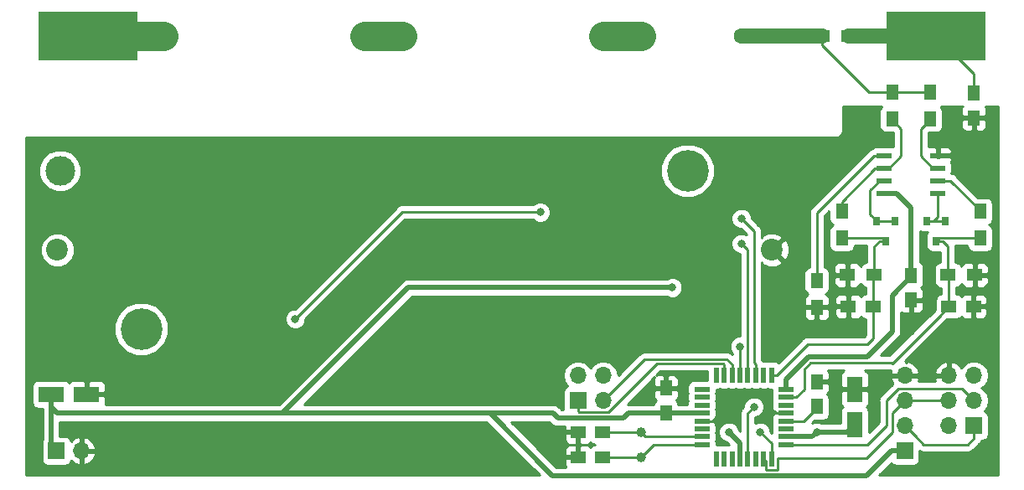
<source format=gtl>
G04 #@! TF.GenerationSoftware,KiCad,Pcbnew,(5.0.0)*
G04 #@! TF.CreationDate,2019-02-24T05:38:12+01:00*
G04 #@! TF.ProjectId,lofence,6C6F66656E63652E6B696361645F7063,rev?*
G04 #@! TF.SameCoordinates,Original*
G04 #@! TF.FileFunction,Copper,L1,Top,Signal*
G04 #@! TF.FilePolarity,Positive*
%FSLAX46Y46*%
G04 Gerber Fmt 4.6, Leading zero omitted, Abs format (unit mm)*
G04 Created by KiCad (PCBNEW (5.0.0)) date 02/24/19 05:38:12*
%MOMM*%
%LPD*%
G01*
G04 APERTURE LIST*
G04 #@! TA.AperFunction,ComponentPad*
%ADD10O,1.700000X1.700000*%
G04 #@! TD*
G04 #@! TA.AperFunction,ComponentPad*
%ADD11R,1.700000X1.700000*%
G04 #@! TD*
G04 #@! TA.AperFunction,SMDPad,CuDef*
%ADD12R,1.250000X1.500000*%
G04 #@! TD*
G04 #@! TA.AperFunction,SMDPad,CuDef*
%ADD13R,1.500000X1.250000*%
G04 #@! TD*
G04 #@! TA.AperFunction,SMDPad,CuDef*
%ADD14R,0.800000X0.900000*%
G04 #@! TD*
G04 #@! TA.AperFunction,SMDPad,CuDef*
%ADD15R,10.000000X5.000000*%
G04 #@! TD*
G04 #@! TA.AperFunction,SMDPad,CuDef*
%ADD16R,1.300000X1.500000*%
G04 #@! TD*
G04 #@! TA.AperFunction,SMDPad,CuDef*
%ADD17R,1.500000X1.300000*%
G04 #@! TD*
G04 #@! TA.AperFunction,SMDPad,CuDef*
%ADD18R,1.550000X0.600000*%
G04 #@! TD*
G04 #@! TA.AperFunction,ComponentPad*
%ADD19C,1.000000*%
G04 #@! TD*
G04 #@! TA.AperFunction,SMDPad,CuDef*
%ADD20R,1.600000X0.550000*%
G04 #@! TD*
G04 #@! TA.AperFunction,SMDPad,CuDef*
%ADD21R,0.550000X1.600000*%
G04 #@! TD*
G04 #@! TA.AperFunction,ComponentPad*
%ADD22C,2.400000*%
G04 #@! TD*
G04 #@! TA.AperFunction,ComponentPad*
%ADD23O,2.400000X2.400000*%
G04 #@! TD*
G04 #@! TA.AperFunction,ComponentPad*
%ADD24C,1.600000*%
G04 #@! TD*
G04 #@! TA.AperFunction,ComponentPad*
%ADD25O,1.600000X1.600000*%
G04 #@! TD*
G04 #@! TA.AperFunction,WasherPad*
%ADD26C,3.000000*%
G04 #@! TD*
G04 #@! TA.AperFunction,WasherPad*
%ADD27C,4.200000*%
G04 #@! TD*
G04 #@! TA.AperFunction,ComponentPad*
%ADD28C,2.200000*%
G04 #@! TD*
G04 #@! TA.AperFunction,SMDPad,CuDef*
%ADD29R,2.600000X1.600000*%
G04 #@! TD*
G04 #@! TA.AperFunction,SMDPad,CuDef*
%ADD30R,1.600000X2.600000*%
G04 #@! TD*
G04 #@! TA.AperFunction,ViaPad*
%ADD31C,0.800000*%
G04 #@! TD*
G04 #@! TA.AperFunction,Conductor*
%ADD32C,0.250000*%
G04 #@! TD*
G04 #@! TA.AperFunction,Conductor*
%ADD33C,0.500000*%
G04 #@! TD*
G04 #@! TA.AperFunction,Conductor*
%ADD34C,1.500000*%
G04 #@! TD*
G04 #@! TA.AperFunction,Conductor*
%ADD35C,3.000000*%
G04 #@! TD*
G04 #@! TA.AperFunction,Conductor*
%ADD36C,0.254000*%
G04 #@! TD*
G04 APERTURE END LIST*
D10*
G04 #@! TO.P,J3,4*
G04 #@! TO.N,RN_TX*
X120015000Y-71755000D03*
G04 #@! TO.P,J3,3*
G04 #@! TO.N,MCU_RX*
X120015000Y-74295000D03*
G04 #@! TO.P,J3,2*
G04 #@! TO.N,RN_RX*
X117475000Y-71755000D03*
D11*
G04 #@! TO.P,J3,1*
G04 #@! TO.N,MCU_TX*
X117475000Y-74295000D03*
G04 #@! TD*
D12*
G04 #@! TO.P,C1,1*
G04 #@! TO.N,Net-(C1-Pad1)*
X141605000Y-74890000D03*
G04 #@! TO.P,C1,2*
G04 #@! TO.N,GND*
X141605000Y-72390000D03*
G04 #@! TD*
G04 #@! TO.P,C4,1*
G04 #@! TO.N,GND*
X126365000Y-73025000D03*
G04 #@! TO.P,C4,2*
G04 #@! TO.N,+3V3*
X126365000Y-75525000D03*
G04 #@! TD*
D13*
G04 #@! TO.P,C6,1*
G04 #@! TO.N,GND*
X117495000Y-80010000D03*
G04 #@! TO.P,C6,2*
G04 #@! TO.N,Net-(C6-Pad2)*
X119995000Y-80010000D03*
G04 #@! TD*
G04 #@! TO.P,C8,1*
G04 #@! TO.N,GND*
X117495000Y-77470000D03*
G04 #@! TO.P,C8,2*
G04 #@! TO.N,Net-(C8-Pad2)*
X119995000Y-77470000D03*
G04 #@! TD*
D12*
G04 #@! TO.P,C12,1*
G04 #@! TO.N,GND*
X151130000Y-64115000D03*
G04 #@! TO.P,C12,2*
G04 #@! TO.N,ADC_POWER*
X151130000Y-61615000D03*
G04 #@! TD*
G04 #@! TO.P,C15,1*
G04 #@! TO.N,Net-(C15-Pad1)*
X157480000Y-43200000D03*
G04 #@! TO.P,C15,2*
G04 #@! TO.N,GND*
X157480000Y-45700000D03*
G04 #@! TD*
D13*
G04 #@! TO.P,C16,1*
G04 #@! TO.N,ADC+*
X154960000Y-64770000D03*
G04 #@! TO.P,C16,2*
G04 #@! TO.N,GND*
X157460000Y-64770000D03*
G04 #@! TD*
G04 #@! TO.P,C17,1*
G04 #@! TO.N,ADC-*
X147300000Y-64770000D03*
G04 #@! TO.P,C17,2*
G04 #@! TO.N,GND*
X144800000Y-64770000D03*
G04 #@! TD*
D14*
G04 #@! TO.P,D1,1*
G04 #@! TO.N,Net-(D1-Pad1)*
X154620000Y-56150000D03*
G04 #@! TO.P,D1,2*
X152720000Y-56150000D03*
G04 #@! TO.P,D1,3*
G04 #@! TO.N,ADC+*
X153670000Y-58150000D03*
G04 #@! TD*
G04 #@! TO.P,D2,1*
G04 #@! TO.N,Net-(D2-Pad1)*
X149540000Y-56150000D03*
G04 #@! TO.P,D2,2*
X147640000Y-56150000D03*
G04 #@! TO.P,D2,3*
G04 #@! TO.N,ADC-*
X148590000Y-58150000D03*
G04 #@! TD*
D11*
G04 #@! TO.P,J1,1*
G04 #@! TO.N,MCU_DBG_RX*
X157480000Y-76835000D03*
D10*
G04 #@! TO.P,J1,2*
G04 #@! TO.N,Net-(J1-Pad2)*
X154940000Y-76835000D03*
G04 #@! TO.P,J1,3*
G04 #@! TO.N,MCU_SCK*
X157480000Y-74295000D03*
G04 #@! TO.P,J1,4*
G04 #@! TO.N,MCU_DBG_TX*
X154940000Y-74295000D03*
G04 #@! TO.P,J1,5*
G04 #@! TO.N,MCU_RESET*
X157480000Y-71755000D03*
G04 #@! TO.P,J1,6*
G04 #@! TO.N,GND*
X154940000Y-71755000D03*
G04 #@! TD*
D11*
G04 #@! TO.P,J2,1*
G04 #@! TO.N,+3V3*
X64770000Y-79375000D03*
D10*
G04 #@! TO.P,J2,2*
G04 #@! TO.N,GND*
X67310000Y-79375000D03*
G04 #@! TD*
D15*
G04 #@! TO.P,J5,1*
G04 #@! TO.N,Net-(J5-Pad1)*
X67945000Y-37465000D03*
G04 #@! TD*
D11*
G04 #@! TO.P,J6,1*
G04 #@! TO.N,+3V3*
X150495000Y-79375000D03*
D10*
G04 #@! TO.P,J6,2*
G04 #@! TO.N,MCU_DBG_RX*
X150495000Y-76835000D03*
G04 #@! TO.P,J6,3*
G04 #@! TO.N,MCU_DBG_TX*
X150495000Y-74295000D03*
G04 #@! TO.P,J6,4*
G04 #@! TO.N,GND*
X150495000Y-71755000D03*
G04 #@! TD*
D15*
G04 #@! TO.P,J7,1*
G04 #@! TO.N,Net-(C15-Pad1)*
X153670000Y-37465000D03*
G04 #@! TD*
D16*
G04 #@! TO.P,R5,1*
G04 #@! TO.N,Net-(R5-Pad1)*
X153035000Y-45800000D03*
G04 #@! TO.P,R5,2*
G04 #@! TO.N,PROBE*
X153035000Y-43100000D03*
G04 #@! TD*
G04 #@! TO.P,R6,1*
G04 #@! TO.N,Net-(R10-Pad2)*
X149225000Y-45800000D03*
G04 #@! TO.P,R6,2*
G04 #@! TO.N,PROBE*
X149225000Y-43100000D03*
G04 #@! TD*
G04 #@! TO.P,R7,1*
G04 #@! TO.N,GND*
X141605000Y-64850000D03*
G04 #@! TO.P,R7,2*
G04 #@! TO.N,Net-(R7-Pad2)*
X141605000Y-62150000D03*
G04 #@! TD*
G04 #@! TO.P,R9,1*
G04 #@! TO.N,ADC+*
X158115000Y-57865000D03*
G04 #@! TO.P,R9,2*
G04 #@! TO.N,Net-(R9-Pad2)*
X158115000Y-55165000D03*
G04 #@! TD*
G04 #@! TO.P,R10,1*
G04 #@! TO.N,ADC-*
X144145000Y-57865000D03*
G04 #@! TO.P,R10,2*
G04 #@! TO.N,Net-(R10-Pad2)*
X144145000Y-55165000D03*
G04 #@! TD*
D17*
G04 #@! TO.P,R13,1*
G04 #@! TO.N,Net-(C15-Pad1)*
X144860000Y-37465000D03*
G04 #@! TO.P,R13,2*
G04 #@! TO.N,PROBE*
X142160000Y-37465000D03*
G04 #@! TD*
G04 #@! TO.P,R14,1*
G04 #@! TO.N,GND*
X157560000Y-61595000D03*
G04 #@! TO.P,R14,2*
G04 #@! TO.N,ADC+*
X154860000Y-61595000D03*
G04 #@! TD*
G04 #@! TO.P,R15,1*
G04 #@! TO.N,GND*
X144700000Y-61595000D03*
G04 #@! TO.P,R15,2*
G04 #@! TO.N,ADC-*
X147400000Y-61595000D03*
G04 #@! TD*
D18*
G04 #@! TO.P,U4,1*
G04 #@! TO.N,Net-(D1-Pad1)*
X153830000Y-53340000D03*
G04 #@! TO.P,U4,2*
G04 #@! TO.N,Net-(R9-Pad2)*
X153830000Y-52070000D03*
G04 #@! TO.P,U4,3*
G04 #@! TO.N,Net-(R5-Pad1)*
X153830000Y-50800000D03*
G04 #@! TO.P,U4,4*
G04 #@! TO.N,GND*
X153830000Y-49530000D03*
G04 #@! TO.P,U4,5*
G04 #@! TO.N,Net-(R7-Pad2)*
X148430000Y-49530000D03*
G04 #@! TO.P,U4,6*
G04 #@! TO.N,Net-(R10-Pad2)*
X148430000Y-50800000D03*
G04 #@! TO.P,U4,7*
G04 #@! TO.N,Net-(D2-Pad1)*
X148430000Y-52070000D03*
G04 #@! TO.P,U4,8*
G04 #@! TO.N,ADC_POWER*
X148430000Y-53340000D03*
G04 #@! TD*
D19*
G04 #@! TO.P,Y1,1*
G04 #@! TO.N,Net-(C6-Pad2)*
X123825000Y-80010000D03*
G04 #@! TO.P,Y1,2*
G04 #@! TO.N,Net-(C8-Pad2)*
X123825000Y-77470000D03*
G04 #@! TD*
D20*
G04 #@! TO.P,U1,1*
G04 #@! TO.N,N/C*
X129989000Y-73146000D03*
G04 #@! TO.P,U1,2*
X129989000Y-73946000D03*
G04 #@! TO.P,U1,3*
X129989000Y-74746000D03*
G04 #@! TO.P,U1,4*
G04 #@! TO.N,+3V3*
X129989000Y-75546000D03*
G04 #@! TO.P,U1,5*
G04 #@! TO.N,GND*
X129989000Y-76346000D03*
G04 #@! TO.P,U1,6*
G04 #@! TO.N,N/C*
X129989000Y-77146000D03*
G04 #@! TO.P,U1,7*
G04 #@! TO.N,Net-(C8-Pad2)*
X129989000Y-77946000D03*
G04 #@! TO.P,U1,8*
G04 #@! TO.N,Net-(C6-Pad2)*
X129989000Y-78746000D03*
D21*
G04 #@! TO.P,U1,9*
G04 #@! TO.N,N/C*
X131439000Y-80196000D03*
G04 #@! TO.P,U1,10*
X132239000Y-80196000D03*
G04 #@! TO.P,U1,11*
X133039000Y-80196000D03*
G04 #@! TO.P,U1,12*
G04 #@! TO.N,RN_POWER*
X133839000Y-80196000D03*
G04 #@! TO.P,U1,13*
G04 #@! TO.N,RN_RESET*
X134639000Y-80196000D03*
G04 #@! TO.P,U1,14*
G04 #@! TO.N,N/C*
X135439000Y-80196000D03*
G04 #@! TO.P,U1,15*
G04 #@! TO.N,MCU_DBG_TX*
X136239000Y-80196000D03*
G04 #@! TO.P,U1,16*
G04 #@! TO.N,MCU_DBG_RX*
X137039000Y-80196000D03*
D20*
G04 #@! TO.P,U1,17*
G04 #@! TO.N,MCU_SCK*
X138489000Y-78746000D03*
G04 #@! TO.P,U1,18*
G04 #@! TO.N,+3.3VADC*
X138489000Y-77946000D03*
G04 #@! TO.P,U1,19*
G04 #@! TO.N,N/C*
X138489000Y-77146000D03*
G04 #@! TO.P,U1,20*
G04 #@! TO.N,Net-(C1-Pad1)*
X138489000Y-76346000D03*
G04 #@! TO.P,U1,21*
G04 #@! TO.N,GND*
X138489000Y-75546000D03*
G04 #@! TO.P,U1,22*
G04 #@! TO.N,N/C*
X138489000Y-74746000D03*
G04 #@! TO.P,U1,23*
G04 #@! TO.N,ADC+*
X138489000Y-73946000D03*
G04 #@! TO.P,U1,24*
G04 #@! TO.N,ADC_POWER*
X138489000Y-73146000D03*
D21*
G04 #@! TO.P,U1,25*
G04 #@! TO.N,ADC-*
X137039000Y-71696000D03*
G04 #@! TO.P,U1,26*
G04 #@! TO.N,N/C*
X136239000Y-71696000D03*
G04 #@! TO.P,U1,27*
G04 #@! TO.N,BAT_ADC*
X135439000Y-71696000D03*
G04 #@! TO.P,U1,28*
G04 #@! TO.N,BAT_GND*
X134639000Y-71696000D03*
G04 #@! TO.P,U1,29*
G04 #@! TO.N,MCU_RESET*
X133839000Y-71696000D03*
G04 #@! TO.P,U1,30*
G04 #@! TO.N,MCU_RX*
X133039000Y-71696000D03*
G04 #@! TO.P,U1,31*
G04 #@! TO.N,MCU_TX*
X132239000Y-71696000D03*
G04 #@! TO.P,U1,32*
G04 #@! TO.N,N/C*
X131439000Y-71696000D03*
G04 #@! TD*
D22*
G04 #@! TO.P,R8,1*
G04 #@! TO.N,Net-(R11-Pad2)*
X95885000Y-37465000D03*
D23*
G04 #@! TO.P,R8,2*
G04 #@! TO.N,Net-(J5-Pad1)*
X75565000Y-37465000D03*
G04 #@! TD*
D22*
G04 #@! TO.P,R11,1*
G04 #@! TO.N,Net-(R11-Pad1)*
X120015000Y-37465000D03*
D23*
G04 #@! TO.P,R11,2*
G04 #@! TO.N,Net-(R11-Pad2)*
X99695000Y-37465000D03*
G04 #@! TD*
D24*
G04 #@! TO.P,R12,1*
G04 #@! TO.N,PROBE*
X133985000Y-37465000D03*
D25*
G04 #@! TO.P,R12,2*
G04 #@! TO.N,Net-(R11-Pad1)*
X123825000Y-37465000D03*
G04 #@! TD*
D26*
G04 #@! TO.P,BT1,*
G04 #@! TO.N,*
X65145000Y-51055000D03*
D27*
X73365000Y-67055000D03*
X128565000Y-51055000D03*
D28*
G04 #@! TO.P,BT1,2*
G04 #@! TO.N,GND*
X137075000Y-59055000D03*
G04 #@! TO.P,BT1,1*
G04 #@! TO.N,BAT_VCC*
X64855000Y-59055000D03*
G04 #@! TD*
D29*
G04 #@! TO.P,C5,1*
G04 #@! TO.N,+3V3*
X64240000Y-73660000D03*
G04 #@! TO.P,C5,2*
G04 #@! TO.N,GND*
X67840000Y-73660000D03*
G04 #@! TD*
D30*
G04 #@! TO.P,C10,1*
G04 #@! TO.N,+3.3VADC*
X145415000Y-76730000D03*
G04 #@! TO.P,C10,2*
G04 #@! TO.N,GND*
X145415000Y-73130000D03*
G04 #@! TD*
D31*
G04 #@! TO.N,GND*
X157480000Y-49530000D03*
X157480000Y-67310000D03*
X151130000Y-67310000D03*
X144780000Y-67310000D03*
X132715000Y-74295000D03*
X114935000Y-78740000D03*
X114935000Y-64135000D03*
X123825000Y-74295000D03*
G04 #@! TO.N,+3V3*
X127000000Y-62865000D03*
G04 #@! TO.N,+3.3VADC*
X141605000Y-77470000D03*
G04 #@! TO.N,MCU_RESET*
X133824140Y-68810870D03*
G04 #@! TO.N,RN_POWER*
X132715000Y-77470000D03*
G04 #@! TO.N,MCU_DBG_RX*
X135890000Y-77470000D03*
G04 #@! TO.N,RN_RESET*
X135255000Y-74930000D03*
X113665000Y-55245000D03*
X88900000Y-66040000D03*
G04 #@! TO.N,BAT_ADC*
X133985000Y-55880000D03*
G04 #@! TO.N,BAT_GND*
X133985000Y-58420000D03*
G04 #@! TD*
D32*
G04 #@! TO.N,GND*
X157560000Y-64670000D02*
X157460000Y-64770000D01*
X144700000Y-64670000D02*
X144800000Y-64770000D01*
X137439000Y-75546000D02*
X135553000Y-73660000D01*
X138489000Y-75546000D02*
X137439000Y-75546000D01*
X133350000Y-73660000D02*
X132715000Y-74295000D01*
X135553000Y-73660000D02*
X133350000Y-73660000D01*
X132315001Y-74694999D02*
X132715000Y-74295000D01*
X132315001Y-75069999D02*
X132315001Y-74694999D01*
X131039000Y-76346000D02*
X132315001Y-75069999D01*
X129989000Y-76346000D02*
X131039000Y-76346000D01*
G04 #@! TO.N,Net-(C1-Pad1)*
X141605000Y-75015000D02*
X141605000Y-74890000D01*
X140274000Y-76346000D02*
X141605000Y-75015000D01*
X138489000Y-76346000D02*
X140274000Y-76346000D01*
D33*
G04 #@! TO.N,+3V3*
X64240000Y-78845000D02*
X64770000Y-79375000D01*
X64240000Y-74960000D02*
X64240000Y-74930000D01*
X64826000Y-75546000D02*
X64240000Y-74960000D01*
X64240000Y-73660000D02*
X64240000Y-74930000D01*
X64240000Y-74930000D02*
X64240000Y-78845000D01*
X146623988Y-81896012D02*
X114916012Y-81896012D01*
X150495000Y-79375000D02*
X149145000Y-79375000D01*
X149145000Y-79375000D02*
X146623988Y-81896012D01*
X114916012Y-81877012D02*
X108585000Y-75546000D01*
X114916012Y-81896012D02*
X114916012Y-81877012D01*
X121266000Y-62865000D02*
X127000000Y-62865000D01*
X122555000Y-75546000D02*
X129989000Y-75546000D01*
X122055988Y-76045012D02*
X122555000Y-75546000D01*
X115434012Y-76045012D02*
X122055988Y-76045012D01*
X114935000Y-75546000D02*
X115434012Y-76045012D01*
X108585000Y-75546000D02*
X114935000Y-75546000D01*
X87630000Y-75546000D02*
X87649000Y-75546000D01*
X108585000Y-75546000D02*
X87630000Y-75546000D01*
X87630000Y-75546000D02*
X64826000Y-75546000D01*
X100330000Y-62865000D02*
X121266000Y-62865000D01*
X87649000Y-75546000D02*
X100330000Y-62865000D01*
D32*
G04 #@! TO.N,Net-(C6-Pad2)*
X125089000Y-78746000D02*
X123825000Y-80010000D01*
X129989000Y-78746000D02*
X125089000Y-78746000D01*
X123825000Y-80010000D02*
X119995000Y-80010000D01*
G04 #@! TO.N,Net-(C8-Pad2)*
X124301000Y-77946000D02*
X123825000Y-77470000D01*
X129989000Y-77946000D02*
X124301000Y-77946000D01*
X123825000Y-77470000D02*
X119995000Y-77470000D01*
D33*
G04 #@! TO.N,+3.3VADC*
X138489000Y-77946000D02*
X141129000Y-77946000D01*
X141129000Y-77946000D02*
X141605000Y-77470000D01*
X144675000Y-77470000D02*
X145415000Y-76730000D01*
X141605000Y-77470000D02*
X144675000Y-77470000D01*
D32*
G04 #@! TO.N,MCU_RESET*
X133839000Y-68825730D02*
X133824140Y-68810870D01*
X133839000Y-71696000D02*
X133839000Y-68825730D01*
D33*
G04 #@! TO.N,ADC_POWER*
X151130000Y-60365000D02*
X151130000Y-61615000D01*
X149705000Y-53340000D02*
X151130000Y-54765000D01*
X148430000Y-53340000D02*
X149705000Y-53340000D01*
X151130000Y-54765000D02*
X151130000Y-60365000D01*
X146685000Y-69850000D02*
X149225000Y-67310000D01*
X149225000Y-63645000D02*
X151130000Y-61740000D01*
X151130000Y-61740000D02*
X151130000Y-61615000D01*
X149225000Y-67310000D02*
X149225000Y-63645000D01*
X140791812Y-69850000D02*
X146685000Y-69850000D01*
X138489000Y-72152812D02*
X140791812Y-69850000D01*
X138489000Y-73146000D02*
X138489000Y-72152812D01*
G04 #@! TO.N,RN_POWER*
X133839000Y-78594000D02*
X132715000Y-77470000D01*
X133839000Y-78740000D02*
X133839000Y-78594000D01*
X133839000Y-80196000D02*
X133839000Y-78740000D01*
D34*
G04 #@! TO.N,Net-(C15-Pad1)*
X144860000Y-37465000D02*
X153670000Y-37465000D01*
D32*
X157480000Y-41275000D02*
X153670000Y-37465000D01*
X157480000Y-43200000D02*
X157480000Y-41275000D01*
G04 #@! TO.N,ADC+*
X153955000Y-57865000D02*
X153670000Y-58150000D01*
X158115000Y-57865000D02*
X153955000Y-57865000D01*
X154960000Y-61695000D02*
X154860000Y-61595000D01*
X154960000Y-64770000D02*
X154960000Y-61695000D01*
X154320000Y-58150000D02*
X153670000Y-58150000D01*
X154860000Y-58690000D02*
X154320000Y-58150000D01*
X154860000Y-61595000D02*
X154860000Y-58690000D01*
X154835000Y-64770000D02*
X154960000Y-64770000D01*
X153960000Y-65770000D02*
X154960000Y-64770000D01*
X149225000Y-70505000D02*
X153960000Y-65770000D01*
X139539000Y-73946000D02*
X140335000Y-73150000D01*
X138489000Y-73946000D02*
X139539000Y-73946000D01*
X140335000Y-73150000D02*
X140335000Y-71120000D01*
X140335000Y-71120000D02*
X140970000Y-70485000D01*
X140970000Y-70485000D02*
X149205000Y-70485000D01*
X149205000Y-70485000D02*
X149225000Y-70505000D01*
G04 #@! TO.N,ADC-*
X148305000Y-57865000D02*
X148590000Y-58150000D01*
X144145000Y-57865000D02*
X148305000Y-57865000D01*
X147300000Y-61695000D02*
X147400000Y-61595000D01*
X147300000Y-64770000D02*
X147300000Y-61695000D01*
X147940000Y-58150000D02*
X148590000Y-58150000D01*
X147400000Y-58690000D02*
X147940000Y-58150000D01*
X147400000Y-61595000D02*
X147400000Y-58690000D01*
X147300000Y-67965000D02*
X147300000Y-64770000D01*
X137564000Y-71696000D02*
X140680000Y-68580000D01*
X137039000Y-71696000D02*
X137564000Y-71696000D01*
X146685000Y-68580000D02*
X147300000Y-67965000D01*
X140680000Y-68580000D02*
X146685000Y-68580000D01*
G04 #@! TO.N,Net-(D1-Pad1)*
X153370000Y-56150000D02*
X152720000Y-56150000D01*
X153830000Y-55690000D02*
X153370000Y-56150000D01*
X153830000Y-53340000D02*
X153830000Y-55690000D01*
X152720000Y-56150000D02*
X154620000Y-56150000D01*
G04 #@! TO.N,Net-(D2-Pad1)*
X148430000Y-52070000D02*
X148905000Y-52070000D01*
X149540000Y-56150000D02*
X147640000Y-56150000D01*
X147640000Y-56100000D02*
X147640000Y-56150000D01*
X146990000Y-55450000D02*
X147640000Y-56100000D01*
X146990000Y-53035000D02*
X146990000Y-55450000D01*
X147955000Y-52070000D02*
X146990000Y-53035000D01*
X148430000Y-52070000D02*
X147955000Y-52070000D01*
G04 #@! TO.N,MCU_DBG_TX*
X152400000Y-74295000D02*
X150495000Y-74295000D01*
X154940000Y-74295000D02*
X152400000Y-74295000D01*
X149645001Y-75144999D02*
X150495000Y-74295000D01*
X149225000Y-75565000D02*
X149645001Y-75144999D01*
X146625011Y-80069989D02*
X149225000Y-77470000D01*
X137639001Y-80069989D02*
X146625011Y-80069989D01*
X149225000Y-77470000D02*
X149225000Y-75565000D01*
X136239000Y-80196000D02*
X136438999Y-80395999D01*
X136438999Y-80395999D02*
X136438999Y-81256001D01*
X136438999Y-81256001D02*
X136503999Y-81321001D01*
X136503999Y-81321001D02*
X137574001Y-81321001D01*
X137574001Y-81321001D02*
X137639001Y-81256001D01*
X137639001Y-81256001D02*
X137639001Y-80069989D01*
G04 #@! TO.N,MCU_SCK*
X156304999Y-73119999D02*
X157480000Y-74295000D01*
X149800003Y-73119999D02*
X156304999Y-73119999D01*
X148625002Y-74295000D02*
X149800003Y-73119999D01*
X148625002Y-76799998D02*
X148625002Y-74295000D01*
X146679000Y-78746000D02*
X148625002Y-76799998D01*
X138489000Y-78746000D02*
X146679000Y-78746000D01*
G04 #@! TO.N,MCU_DBG_RX*
X151344999Y-77684999D02*
X150495000Y-76835000D01*
X151670001Y-78010001D02*
X151344999Y-77684999D01*
X137039000Y-78619000D02*
X135890000Y-77470000D01*
X137039000Y-80196000D02*
X137039000Y-78619000D01*
X157480000Y-78105000D02*
X157480000Y-76835000D01*
X156845000Y-78740000D02*
X157480000Y-78105000D01*
X151344999Y-77684999D02*
X152400000Y-78740000D01*
X152400000Y-78740000D02*
X156845000Y-78740000D01*
G04 #@! TO.N,RN_RESET*
X134639000Y-80196000D02*
X134639000Y-75546000D01*
X113665000Y-55245000D02*
X105410000Y-55245000D01*
X134639000Y-75546000D02*
X135255000Y-74930000D01*
X88900000Y-66040000D02*
X99695000Y-55245000D01*
X99695000Y-55245000D02*
X105410000Y-55245000D01*
G04 #@! TO.N,MCU_RX*
X124189012Y-70120988D02*
X120864999Y-73445001D01*
X120864999Y-73445001D02*
X120015000Y-74295000D01*
X132513988Y-70120988D02*
X124189012Y-70120988D01*
X133039000Y-70646000D02*
X132513988Y-70120988D01*
X133039000Y-71696000D02*
X133039000Y-70646000D01*
G04 #@! TO.N,MCU_TX*
X117475000Y-75395000D02*
X117475000Y-74295000D01*
X117550001Y-75470001D02*
X117475000Y-75395000D01*
X120579001Y-75470001D02*
X117550001Y-75470001D01*
X125478003Y-70570999D02*
X120579001Y-75470001D01*
X132239000Y-70646000D02*
X132163999Y-70570999D01*
X132239000Y-71696000D02*
X132239000Y-70646000D01*
X132163999Y-70570999D02*
X125478003Y-70570999D01*
D34*
G04 #@! TO.N,PROBE*
X133985000Y-37465000D02*
X142160000Y-37465000D01*
D32*
X153035000Y-43100000D02*
X149225000Y-43100000D01*
X142160000Y-38365000D02*
X142160000Y-37465000D01*
X146895000Y-43100000D02*
X142160000Y-38365000D01*
X149225000Y-43100000D02*
X146895000Y-43100000D01*
D35*
G04 #@! TO.N,Net-(J5-Pad1)*
X75565000Y-37465000D02*
X67945000Y-37465000D01*
D32*
G04 #@! TO.N,BAT_ADC*
X135439000Y-70646000D02*
X135255000Y-70462000D01*
X135439000Y-71696000D02*
X135439000Y-70646000D01*
X135255000Y-70462000D02*
X135255000Y-66675000D01*
X135255000Y-66675000D02*
X135255000Y-57150000D01*
X135255000Y-57150000D02*
X133985000Y-55880000D01*
G04 #@! TO.N,BAT_GND*
X134639000Y-70646000D02*
X134620000Y-70627000D01*
X134639000Y-71696000D02*
X134639000Y-70646000D01*
X134620000Y-70627000D02*
X134620000Y-67310000D01*
X134620000Y-67310000D02*
X134620000Y-59055000D01*
X134620000Y-59055000D02*
X133985000Y-58420000D01*
G04 #@! TO.N,Net-(R5-Pad1)*
X153035000Y-45900000D02*
X153035000Y-45800000D01*
X152135000Y-46800000D02*
X153035000Y-45900000D01*
X152135000Y-49580000D02*
X152135000Y-46800000D01*
X153355000Y-50800000D02*
X152135000Y-49580000D01*
X153830000Y-50800000D02*
X153355000Y-50800000D01*
G04 #@! TO.N,Net-(R10-Pad2)*
X144145000Y-54165000D02*
X144145000Y-55165000D01*
X147510000Y-50800000D02*
X144145000Y-54165000D01*
X148430000Y-50800000D02*
X147510000Y-50800000D01*
X149225000Y-45900000D02*
X149225000Y-45800000D01*
X150125000Y-46800000D02*
X149225000Y-45900000D01*
X150125000Y-49580000D02*
X150125000Y-46800000D01*
X148905000Y-50800000D02*
X150125000Y-49580000D01*
X148430000Y-50800000D02*
X148905000Y-50800000D01*
G04 #@! TO.N,Net-(R7-Pad2)*
X141605000Y-61150000D02*
X141605000Y-62150000D01*
X141605000Y-55330000D02*
X141605000Y-61150000D01*
X147405000Y-49530000D02*
X141605000Y-55330000D01*
X148430000Y-49530000D02*
X147405000Y-49530000D01*
D35*
G04 #@! TO.N,Net-(R11-Pad2)*
X95885000Y-37465000D02*
X99695000Y-37465000D01*
D32*
G04 #@! TO.N,Net-(R9-Pad2)*
X158115000Y-55065000D02*
X158115000Y-55165000D01*
X155120000Y-52070000D02*
X158115000Y-55065000D01*
X153830000Y-52070000D02*
X155120000Y-52070000D01*
D35*
G04 #@! TO.N,Net-(R11-Pad1)*
X120015000Y-37465000D02*
X123825000Y-37465000D01*
G04 #@! TD*
D36*
G04 #@! TO.N,GND*
G36*
X156316673Y-44590302D02*
X156220000Y-44823691D01*
X156220000Y-45414250D01*
X156378750Y-45573000D01*
X157353000Y-45573000D01*
X157353000Y-45553000D01*
X157607000Y-45553000D01*
X157607000Y-45573000D01*
X158581250Y-45573000D01*
X158740000Y-45414250D01*
X158740000Y-44823691D01*
X158643327Y-44590302D01*
X158630025Y-44577000D01*
X159945000Y-44577000D01*
X159945001Y-81840000D01*
X147931578Y-81840000D01*
X149147769Y-80623810D01*
X149187191Y-80682809D01*
X149397235Y-80823157D01*
X149645000Y-80872440D01*
X151345000Y-80872440D01*
X151592765Y-80823157D01*
X151802809Y-80682809D01*
X151943157Y-80472765D01*
X151992440Y-80225000D01*
X151992440Y-79381721D01*
X152103462Y-79455904D01*
X152151605Y-79465480D01*
X152325148Y-79500000D01*
X152325152Y-79500000D01*
X152400000Y-79514888D01*
X152474848Y-79500000D01*
X156770153Y-79500000D01*
X156845000Y-79514888D01*
X156919847Y-79500000D01*
X156919852Y-79500000D01*
X157141537Y-79455904D01*
X157392929Y-79287929D01*
X157435331Y-79224470D01*
X157964473Y-78695329D01*
X158027929Y-78652929D01*
X158195904Y-78401537D01*
X158209648Y-78332440D01*
X158330000Y-78332440D01*
X158577765Y-78283157D01*
X158787809Y-78142809D01*
X158928157Y-77932765D01*
X158977440Y-77685000D01*
X158977440Y-75985000D01*
X158928157Y-75737235D01*
X158787809Y-75527191D01*
X158577765Y-75386843D01*
X158532381Y-75377816D01*
X158550625Y-75365625D01*
X158878839Y-74874418D01*
X158994092Y-74295000D01*
X158878839Y-73715582D01*
X158550625Y-73224375D01*
X158252239Y-73025000D01*
X158550625Y-72825625D01*
X158878839Y-72334418D01*
X158994092Y-71755000D01*
X158878839Y-71175582D01*
X158550625Y-70684375D01*
X158059418Y-70356161D01*
X157626256Y-70270000D01*
X157333744Y-70270000D01*
X156900582Y-70356161D01*
X156409375Y-70684375D01*
X156208647Y-70984786D01*
X155821358Y-70559817D01*
X155296892Y-70313514D01*
X155067000Y-70434181D01*
X155067000Y-71628000D01*
X155087000Y-71628000D01*
X155087000Y-71882000D01*
X155067000Y-71882000D01*
X155067000Y-71902000D01*
X154813000Y-71902000D01*
X154813000Y-71882000D01*
X153619845Y-71882000D01*
X153498524Y-72111890D01*
X153601288Y-72359999D01*
X151833712Y-72359999D01*
X151936476Y-72111890D01*
X151815155Y-71882000D01*
X150622000Y-71882000D01*
X150622000Y-71902000D01*
X150368000Y-71902000D01*
X150368000Y-71882000D01*
X149174845Y-71882000D01*
X149053524Y-72111890D01*
X149223355Y-72521924D01*
X149262628Y-72565018D01*
X149252074Y-72572070D01*
X149209676Y-72635523D01*
X148140530Y-73704671D01*
X148077074Y-73747071D01*
X148034675Y-73810526D01*
X148034673Y-73810528D01*
X147989049Y-73878809D01*
X147909099Y-73998463D01*
X147877940Y-74155112D01*
X147850114Y-74295000D01*
X147865003Y-74369852D01*
X147865002Y-76485195D01*
X146862440Y-77487758D01*
X146862440Y-75430000D01*
X146813157Y-75182235D01*
X146672809Y-74972191D01*
X146611680Y-74931346D01*
X146753327Y-74789698D01*
X146850000Y-74556309D01*
X146850000Y-73415750D01*
X146691250Y-73257000D01*
X145542000Y-73257000D01*
X145542000Y-73277000D01*
X145288000Y-73277000D01*
X145288000Y-73257000D01*
X144138750Y-73257000D01*
X143980000Y-73415750D01*
X143980000Y-74556309D01*
X144076673Y-74789698D01*
X144218320Y-74931346D01*
X144157191Y-74972191D01*
X144016843Y-75182235D01*
X143967560Y-75430000D01*
X143967560Y-76585000D01*
X142173007Y-76585000D01*
X141810874Y-76435000D01*
X141399126Y-76435000D01*
X141161284Y-76533517D01*
X141407361Y-76287440D01*
X142230000Y-76287440D01*
X142477765Y-76238157D01*
X142687809Y-76097809D01*
X142828157Y-75887765D01*
X142877440Y-75640000D01*
X142877440Y-74140000D01*
X142828157Y-73892235D01*
X142687809Y-73682191D01*
X142626680Y-73641346D01*
X142768327Y-73499698D01*
X142865000Y-73266309D01*
X142865000Y-72675750D01*
X142706250Y-72517000D01*
X141732000Y-72517000D01*
X141732000Y-72537000D01*
X141478000Y-72537000D01*
X141478000Y-72517000D01*
X141458000Y-72517000D01*
X141458000Y-72263000D01*
X141478000Y-72263000D01*
X141478000Y-72243000D01*
X141732000Y-72243000D01*
X141732000Y-72263000D01*
X142706250Y-72263000D01*
X142865000Y-72104250D01*
X142865000Y-71513691D01*
X142768327Y-71280302D01*
X142733025Y-71245000D01*
X144367979Y-71245000D01*
X144255301Y-71291673D01*
X144076673Y-71470302D01*
X143980000Y-71703691D01*
X143980000Y-72844250D01*
X144138750Y-73003000D01*
X145288000Y-73003000D01*
X145288000Y-72983000D01*
X145542000Y-72983000D01*
X145542000Y-73003000D01*
X146691250Y-73003000D01*
X146850000Y-72844250D01*
X146850000Y-71703691D01*
X146753327Y-71470302D01*
X146574699Y-71291673D01*
X146462021Y-71245000D01*
X149049606Y-71245000D01*
X149111815Y-71257374D01*
X149053524Y-71398110D01*
X149174845Y-71628000D01*
X150368000Y-71628000D01*
X150368000Y-71608000D01*
X150622000Y-71608000D01*
X150622000Y-71628000D01*
X151815155Y-71628000D01*
X151936476Y-71398110D01*
X153498524Y-71398110D01*
X153619845Y-71628000D01*
X154813000Y-71628000D01*
X154813000Y-70434181D01*
X154583108Y-70313514D01*
X154058642Y-70559817D01*
X153668355Y-70988076D01*
X153498524Y-71398110D01*
X151936476Y-71398110D01*
X151766645Y-70988076D01*
X151376358Y-70559817D01*
X150851892Y-70313514D01*
X150622002Y-70434180D01*
X150622002Y-70270000D01*
X150534801Y-70270000D01*
X154550329Y-66254473D01*
X154550331Y-66254470D01*
X154762361Y-66042440D01*
X155710000Y-66042440D01*
X155957765Y-65993157D01*
X156167809Y-65852809D01*
X156208654Y-65791680D01*
X156350302Y-65933327D01*
X156583691Y-66030000D01*
X157174250Y-66030000D01*
X157333000Y-65871250D01*
X157333000Y-64897000D01*
X157587000Y-64897000D01*
X157587000Y-65871250D01*
X157745750Y-66030000D01*
X158336309Y-66030000D01*
X158569698Y-65933327D01*
X158748327Y-65754699D01*
X158845000Y-65521310D01*
X158845000Y-65055750D01*
X158686250Y-64897000D01*
X157587000Y-64897000D01*
X157333000Y-64897000D01*
X157313000Y-64897000D01*
X157313000Y-64643000D01*
X157333000Y-64643000D01*
X157333000Y-63668750D01*
X157587000Y-63668750D01*
X157587000Y-64643000D01*
X158686250Y-64643000D01*
X158845000Y-64484250D01*
X158845000Y-64018690D01*
X158748327Y-63785301D01*
X158569698Y-63606673D01*
X158336309Y-63510000D01*
X157745750Y-63510000D01*
X157587000Y-63668750D01*
X157333000Y-63668750D01*
X157174250Y-63510000D01*
X156583691Y-63510000D01*
X156350302Y-63606673D01*
X156208654Y-63748320D01*
X156167809Y-63687191D01*
X155957765Y-63546843D01*
X155720000Y-63499549D01*
X155720000Y-62870560D01*
X155857765Y-62843157D01*
X156067809Y-62702809D01*
X156208157Y-62492765D01*
X156213721Y-62464791D01*
X156271673Y-62604699D01*
X156450302Y-62783327D01*
X156683691Y-62880000D01*
X157274250Y-62880000D01*
X157433000Y-62721250D01*
X157433000Y-61722000D01*
X157687000Y-61722000D01*
X157687000Y-62721250D01*
X157845750Y-62880000D01*
X158436309Y-62880000D01*
X158669698Y-62783327D01*
X158848327Y-62604699D01*
X158945000Y-62371310D01*
X158945000Y-61880750D01*
X158786250Y-61722000D01*
X157687000Y-61722000D01*
X157433000Y-61722000D01*
X157413000Y-61722000D01*
X157413000Y-61468000D01*
X157433000Y-61468000D01*
X157433000Y-60468750D01*
X157687000Y-60468750D01*
X157687000Y-61468000D01*
X158786250Y-61468000D01*
X158945000Y-61309250D01*
X158945000Y-60818690D01*
X158848327Y-60585301D01*
X158669698Y-60406673D01*
X158436309Y-60310000D01*
X157845750Y-60310000D01*
X157687000Y-60468750D01*
X157433000Y-60468750D01*
X157274250Y-60310000D01*
X156683691Y-60310000D01*
X156450302Y-60406673D01*
X156271673Y-60585301D01*
X156213721Y-60725209D01*
X156208157Y-60697235D01*
X156067809Y-60487191D01*
X155857765Y-60346843D01*
X155620000Y-60299549D01*
X155620000Y-58764846D01*
X155634888Y-58689999D01*
X155621959Y-58625000D01*
X156819549Y-58625000D01*
X156866843Y-58862765D01*
X157007191Y-59072809D01*
X157217235Y-59213157D01*
X157465000Y-59262440D01*
X158765000Y-59262440D01*
X159012765Y-59213157D01*
X159222809Y-59072809D01*
X159363157Y-58862765D01*
X159412440Y-58615000D01*
X159412440Y-57115000D01*
X159363157Y-56867235D01*
X159222809Y-56657191D01*
X159012765Y-56516843D01*
X159003500Y-56515000D01*
X159012765Y-56513157D01*
X159222809Y-56372809D01*
X159363157Y-56162765D01*
X159412440Y-55915000D01*
X159412440Y-54415000D01*
X159363157Y-54167235D01*
X159222809Y-53957191D01*
X159012765Y-53816843D01*
X158765000Y-53767560D01*
X157892362Y-53767560D01*
X155710331Y-51585530D01*
X155667929Y-51522071D01*
X155416537Y-51354096D01*
X155210067Y-51313026D01*
X155252440Y-51100000D01*
X155252440Y-50500000D01*
X155203157Y-50252235D01*
X155150232Y-50173028D01*
X155240000Y-49956310D01*
X155240000Y-49815750D01*
X155081250Y-49657000D01*
X153957000Y-49657000D01*
X153957000Y-49677000D01*
X153703000Y-49677000D01*
X153703000Y-49657000D01*
X153683000Y-49657000D01*
X153683000Y-49403000D01*
X153703000Y-49403000D01*
X153703000Y-48753750D01*
X153957000Y-48753750D01*
X153957000Y-49403000D01*
X155081250Y-49403000D01*
X155240000Y-49244250D01*
X155240000Y-49103690D01*
X155143327Y-48870301D01*
X154964698Y-48691673D01*
X154731309Y-48595000D01*
X154115750Y-48595000D01*
X153957000Y-48753750D01*
X153703000Y-48753750D01*
X153544250Y-48595000D01*
X152928691Y-48595000D01*
X152895000Y-48608955D01*
X152895000Y-47197440D01*
X153685000Y-47197440D01*
X153932765Y-47148157D01*
X154142809Y-47007809D01*
X154283157Y-46797765D01*
X154332440Y-46550000D01*
X154332440Y-45985750D01*
X156220000Y-45985750D01*
X156220000Y-46576309D01*
X156316673Y-46809698D01*
X156495301Y-46988327D01*
X156728690Y-47085000D01*
X157194250Y-47085000D01*
X157353000Y-46926250D01*
X157353000Y-45827000D01*
X157607000Y-45827000D01*
X157607000Y-46926250D01*
X157765750Y-47085000D01*
X158231310Y-47085000D01*
X158464699Y-46988327D01*
X158643327Y-46809698D01*
X158740000Y-46576309D01*
X158740000Y-45985750D01*
X158581250Y-45827000D01*
X157607000Y-45827000D01*
X157353000Y-45827000D01*
X156378750Y-45827000D01*
X156220000Y-45985750D01*
X154332440Y-45985750D01*
X154332440Y-45050000D01*
X154283157Y-44802235D01*
X154142809Y-44592191D01*
X154120074Y-44577000D01*
X156329975Y-44577000D01*
X156316673Y-44590302D01*
X156316673Y-44590302D01*
G37*
X156316673Y-44590302D02*
X156220000Y-44823691D01*
X156220000Y-45414250D01*
X156378750Y-45573000D01*
X157353000Y-45573000D01*
X157353000Y-45553000D01*
X157607000Y-45553000D01*
X157607000Y-45573000D01*
X158581250Y-45573000D01*
X158740000Y-45414250D01*
X158740000Y-44823691D01*
X158643327Y-44590302D01*
X158630025Y-44577000D01*
X159945000Y-44577000D01*
X159945001Y-81840000D01*
X147931578Y-81840000D01*
X149147769Y-80623810D01*
X149187191Y-80682809D01*
X149397235Y-80823157D01*
X149645000Y-80872440D01*
X151345000Y-80872440D01*
X151592765Y-80823157D01*
X151802809Y-80682809D01*
X151943157Y-80472765D01*
X151992440Y-80225000D01*
X151992440Y-79381721D01*
X152103462Y-79455904D01*
X152151605Y-79465480D01*
X152325148Y-79500000D01*
X152325152Y-79500000D01*
X152400000Y-79514888D01*
X152474848Y-79500000D01*
X156770153Y-79500000D01*
X156845000Y-79514888D01*
X156919847Y-79500000D01*
X156919852Y-79500000D01*
X157141537Y-79455904D01*
X157392929Y-79287929D01*
X157435331Y-79224470D01*
X157964473Y-78695329D01*
X158027929Y-78652929D01*
X158195904Y-78401537D01*
X158209648Y-78332440D01*
X158330000Y-78332440D01*
X158577765Y-78283157D01*
X158787809Y-78142809D01*
X158928157Y-77932765D01*
X158977440Y-77685000D01*
X158977440Y-75985000D01*
X158928157Y-75737235D01*
X158787809Y-75527191D01*
X158577765Y-75386843D01*
X158532381Y-75377816D01*
X158550625Y-75365625D01*
X158878839Y-74874418D01*
X158994092Y-74295000D01*
X158878839Y-73715582D01*
X158550625Y-73224375D01*
X158252239Y-73025000D01*
X158550625Y-72825625D01*
X158878839Y-72334418D01*
X158994092Y-71755000D01*
X158878839Y-71175582D01*
X158550625Y-70684375D01*
X158059418Y-70356161D01*
X157626256Y-70270000D01*
X157333744Y-70270000D01*
X156900582Y-70356161D01*
X156409375Y-70684375D01*
X156208647Y-70984786D01*
X155821358Y-70559817D01*
X155296892Y-70313514D01*
X155067000Y-70434181D01*
X155067000Y-71628000D01*
X155087000Y-71628000D01*
X155087000Y-71882000D01*
X155067000Y-71882000D01*
X155067000Y-71902000D01*
X154813000Y-71902000D01*
X154813000Y-71882000D01*
X153619845Y-71882000D01*
X153498524Y-72111890D01*
X153601288Y-72359999D01*
X151833712Y-72359999D01*
X151936476Y-72111890D01*
X151815155Y-71882000D01*
X150622000Y-71882000D01*
X150622000Y-71902000D01*
X150368000Y-71902000D01*
X150368000Y-71882000D01*
X149174845Y-71882000D01*
X149053524Y-72111890D01*
X149223355Y-72521924D01*
X149262628Y-72565018D01*
X149252074Y-72572070D01*
X149209676Y-72635523D01*
X148140530Y-73704671D01*
X148077074Y-73747071D01*
X148034675Y-73810526D01*
X148034673Y-73810528D01*
X147989049Y-73878809D01*
X147909099Y-73998463D01*
X147877940Y-74155112D01*
X147850114Y-74295000D01*
X147865003Y-74369852D01*
X147865002Y-76485195D01*
X146862440Y-77487758D01*
X146862440Y-75430000D01*
X146813157Y-75182235D01*
X146672809Y-74972191D01*
X146611680Y-74931346D01*
X146753327Y-74789698D01*
X146850000Y-74556309D01*
X146850000Y-73415750D01*
X146691250Y-73257000D01*
X145542000Y-73257000D01*
X145542000Y-73277000D01*
X145288000Y-73277000D01*
X145288000Y-73257000D01*
X144138750Y-73257000D01*
X143980000Y-73415750D01*
X143980000Y-74556309D01*
X144076673Y-74789698D01*
X144218320Y-74931346D01*
X144157191Y-74972191D01*
X144016843Y-75182235D01*
X143967560Y-75430000D01*
X143967560Y-76585000D01*
X142173007Y-76585000D01*
X141810874Y-76435000D01*
X141399126Y-76435000D01*
X141161284Y-76533517D01*
X141407361Y-76287440D01*
X142230000Y-76287440D01*
X142477765Y-76238157D01*
X142687809Y-76097809D01*
X142828157Y-75887765D01*
X142877440Y-75640000D01*
X142877440Y-74140000D01*
X142828157Y-73892235D01*
X142687809Y-73682191D01*
X142626680Y-73641346D01*
X142768327Y-73499698D01*
X142865000Y-73266309D01*
X142865000Y-72675750D01*
X142706250Y-72517000D01*
X141732000Y-72517000D01*
X141732000Y-72537000D01*
X141478000Y-72537000D01*
X141478000Y-72517000D01*
X141458000Y-72517000D01*
X141458000Y-72263000D01*
X141478000Y-72263000D01*
X141478000Y-72243000D01*
X141732000Y-72243000D01*
X141732000Y-72263000D01*
X142706250Y-72263000D01*
X142865000Y-72104250D01*
X142865000Y-71513691D01*
X142768327Y-71280302D01*
X142733025Y-71245000D01*
X144367979Y-71245000D01*
X144255301Y-71291673D01*
X144076673Y-71470302D01*
X143980000Y-71703691D01*
X143980000Y-72844250D01*
X144138750Y-73003000D01*
X145288000Y-73003000D01*
X145288000Y-72983000D01*
X145542000Y-72983000D01*
X145542000Y-73003000D01*
X146691250Y-73003000D01*
X146850000Y-72844250D01*
X146850000Y-71703691D01*
X146753327Y-71470302D01*
X146574699Y-71291673D01*
X146462021Y-71245000D01*
X149049606Y-71245000D01*
X149111815Y-71257374D01*
X149053524Y-71398110D01*
X149174845Y-71628000D01*
X150368000Y-71628000D01*
X150368000Y-71608000D01*
X150622000Y-71608000D01*
X150622000Y-71628000D01*
X151815155Y-71628000D01*
X151936476Y-71398110D01*
X153498524Y-71398110D01*
X153619845Y-71628000D01*
X154813000Y-71628000D01*
X154813000Y-70434181D01*
X154583108Y-70313514D01*
X154058642Y-70559817D01*
X153668355Y-70988076D01*
X153498524Y-71398110D01*
X151936476Y-71398110D01*
X151766645Y-70988076D01*
X151376358Y-70559817D01*
X150851892Y-70313514D01*
X150622002Y-70434180D01*
X150622002Y-70270000D01*
X150534801Y-70270000D01*
X154550329Y-66254473D01*
X154550331Y-66254470D01*
X154762361Y-66042440D01*
X155710000Y-66042440D01*
X155957765Y-65993157D01*
X156167809Y-65852809D01*
X156208654Y-65791680D01*
X156350302Y-65933327D01*
X156583691Y-66030000D01*
X157174250Y-66030000D01*
X157333000Y-65871250D01*
X157333000Y-64897000D01*
X157587000Y-64897000D01*
X157587000Y-65871250D01*
X157745750Y-66030000D01*
X158336309Y-66030000D01*
X158569698Y-65933327D01*
X158748327Y-65754699D01*
X158845000Y-65521310D01*
X158845000Y-65055750D01*
X158686250Y-64897000D01*
X157587000Y-64897000D01*
X157333000Y-64897000D01*
X157313000Y-64897000D01*
X157313000Y-64643000D01*
X157333000Y-64643000D01*
X157333000Y-63668750D01*
X157587000Y-63668750D01*
X157587000Y-64643000D01*
X158686250Y-64643000D01*
X158845000Y-64484250D01*
X158845000Y-64018690D01*
X158748327Y-63785301D01*
X158569698Y-63606673D01*
X158336309Y-63510000D01*
X157745750Y-63510000D01*
X157587000Y-63668750D01*
X157333000Y-63668750D01*
X157174250Y-63510000D01*
X156583691Y-63510000D01*
X156350302Y-63606673D01*
X156208654Y-63748320D01*
X156167809Y-63687191D01*
X155957765Y-63546843D01*
X155720000Y-63499549D01*
X155720000Y-62870560D01*
X155857765Y-62843157D01*
X156067809Y-62702809D01*
X156208157Y-62492765D01*
X156213721Y-62464791D01*
X156271673Y-62604699D01*
X156450302Y-62783327D01*
X156683691Y-62880000D01*
X157274250Y-62880000D01*
X157433000Y-62721250D01*
X157433000Y-61722000D01*
X157687000Y-61722000D01*
X157687000Y-62721250D01*
X157845750Y-62880000D01*
X158436309Y-62880000D01*
X158669698Y-62783327D01*
X158848327Y-62604699D01*
X158945000Y-62371310D01*
X158945000Y-61880750D01*
X158786250Y-61722000D01*
X157687000Y-61722000D01*
X157433000Y-61722000D01*
X157413000Y-61722000D01*
X157413000Y-61468000D01*
X157433000Y-61468000D01*
X157433000Y-60468750D01*
X157687000Y-60468750D01*
X157687000Y-61468000D01*
X158786250Y-61468000D01*
X158945000Y-61309250D01*
X158945000Y-60818690D01*
X158848327Y-60585301D01*
X158669698Y-60406673D01*
X158436309Y-60310000D01*
X157845750Y-60310000D01*
X157687000Y-60468750D01*
X157433000Y-60468750D01*
X157274250Y-60310000D01*
X156683691Y-60310000D01*
X156450302Y-60406673D01*
X156271673Y-60585301D01*
X156213721Y-60725209D01*
X156208157Y-60697235D01*
X156067809Y-60487191D01*
X155857765Y-60346843D01*
X155620000Y-60299549D01*
X155620000Y-58764846D01*
X155634888Y-58689999D01*
X155621959Y-58625000D01*
X156819549Y-58625000D01*
X156866843Y-58862765D01*
X157007191Y-59072809D01*
X157217235Y-59213157D01*
X157465000Y-59262440D01*
X158765000Y-59262440D01*
X159012765Y-59213157D01*
X159222809Y-59072809D01*
X159363157Y-58862765D01*
X159412440Y-58615000D01*
X159412440Y-57115000D01*
X159363157Y-56867235D01*
X159222809Y-56657191D01*
X159012765Y-56516843D01*
X159003500Y-56515000D01*
X159012765Y-56513157D01*
X159222809Y-56372809D01*
X159363157Y-56162765D01*
X159412440Y-55915000D01*
X159412440Y-54415000D01*
X159363157Y-54167235D01*
X159222809Y-53957191D01*
X159012765Y-53816843D01*
X158765000Y-53767560D01*
X157892362Y-53767560D01*
X155710331Y-51585530D01*
X155667929Y-51522071D01*
X155416537Y-51354096D01*
X155210067Y-51313026D01*
X155252440Y-51100000D01*
X155252440Y-50500000D01*
X155203157Y-50252235D01*
X155150232Y-50173028D01*
X155240000Y-49956310D01*
X155240000Y-49815750D01*
X155081250Y-49657000D01*
X153957000Y-49657000D01*
X153957000Y-49677000D01*
X153703000Y-49677000D01*
X153703000Y-49657000D01*
X153683000Y-49657000D01*
X153683000Y-49403000D01*
X153703000Y-49403000D01*
X153703000Y-48753750D01*
X153957000Y-48753750D01*
X153957000Y-49403000D01*
X155081250Y-49403000D01*
X155240000Y-49244250D01*
X155240000Y-49103690D01*
X155143327Y-48870301D01*
X154964698Y-48691673D01*
X154731309Y-48595000D01*
X154115750Y-48595000D01*
X153957000Y-48753750D01*
X153703000Y-48753750D01*
X153544250Y-48595000D01*
X152928691Y-48595000D01*
X152895000Y-48608955D01*
X152895000Y-47197440D01*
X153685000Y-47197440D01*
X153932765Y-47148157D01*
X154142809Y-47007809D01*
X154283157Y-46797765D01*
X154332440Y-46550000D01*
X154332440Y-45985750D01*
X156220000Y-45985750D01*
X156220000Y-46576309D01*
X156316673Y-46809698D01*
X156495301Y-46988327D01*
X156728690Y-47085000D01*
X157194250Y-47085000D01*
X157353000Y-46926250D01*
X157353000Y-45827000D01*
X157607000Y-45827000D01*
X157607000Y-46926250D01*
X157765750Y-47085000D01*
X158231310Y-47085000D01*
X158464699Y-46988327D01*
X158643327Y-46809698D01*
X158740000Y-46576309D01*
X158740000Y-45985750D01*
X158581250Y-45827000D01*
X157607000Y-45827000D01*
X157353000Y-45827000D01*
X156378750Y-45827000D01*
X156220000Y-45985750D01*
X154332440Y-45985750D01*
X154332440Y-45050000D01*
X154283157Y-44802235D01*
X154142809Y-44592191D01*
X154120074Y-44577000D01*
X156329975Y-44577000D01*
X156316673Y-44590302D01*
G36*
X148117191Y-44592191D02*
X147976843Y-44802235D01*
X147927560Y-45050000D01*
X147927560Y-46550000D01*
X147976843Y-46797765D01*
X148117191Y-47007809D01*
X148327235Y-47148157D01*
X148575000Y-47197440D01*
X149365001Y-47197440D01*
X149365000Y-48614386D01*
X149205000Y-48582560D01*
X147655000Y-48582560D01*
X147407235Y-48631843D01*
X147197191Y-48772191D01*
X147178499Y-48800165D01*
X147156605Y-48804520D01*
X147108462Y-48814096D01*
X147033631Y-48864097D01*
X146857071Y-48982071D01*
X146814671Y-49045527D01*
X141120530Y-54739669D01*
X141057071Y-54782071D01*
X140889096Y-55033464D01*
X140845000Y-55255149D01*
X140845000Y-55255153D01*
X140830112Y-55330000D01*
X140845000Y-55404847D01*
X140845001Y-60774440D01*
X140707235Y-60801843D01*
X140497191Y-60942191D01*
X140356843Y-61152235D01*
X140307560Y-61400000D01*
X140307560Y-62900000D01*
X140356843Y-63147765D01*
X140497191Y-63357809D01*
X140707235Y-63498157D01*
X140735209Y-63503721D01*
X140595301Y-63561673D01*
X140416673Y-63740302D01*
X140320000Y-63973691D01*
X140320000Y-64564250D01*
X140478750Y-64723000D01*
X141478000Y-64723000D01*
X141478000Y-64703000D01*
X141732000Y-64703000D01*
X141732000Y-64723000D01*
X142731250Y-64723000D01*
X142890000Y-64564250D01*
X142890000Y-64018690D01*
X143415000Y-64018690D01*
X143415000Y-64484250D01*
X143573750Y-64643000D01*
X144673000Y-64643000D01*
X144673000Y-63668750D01*
X144514250Y-63510000D01*
X143923691Y-63510000D01*
X143690302Y-63606673D01*
X143511673Y-63785301D01*
X143415000Y-64018690D01*
X142890000Y-64018690D01*
X142890000Y-63973691D01*
X142793327Y-63740302D01*
X142614699Y-63561673D01*
X142474791Y-63503721D01*
X142502765Y-63498157D01*
X142712809Y-63357809D01*
X142853157Y-63147765D01*
X142902440Y-62900000D01*
X142902440Y-61880750D01*
X143315000Y-61880750D01*
X143315000Y-62371310D01*
X143411673Y-62604699D01*
X143590302Y-62783327D01*
X143823691Y-62880000D01*
X144414250Y-62880000D01*
X144573000Y-62721250D01*
X144573000Y-61722000D01*
X143473750Y-61722000D01*
X143315000Y-61880750D01*
X142902440Y-61880750D01*
X142902440Y-61400000D01*
X142853157Y-61152235D01*
X142712809Y-60942191D01*
X142527979Y-60818690D01*
X143315000Y-60818690D01*
X143315000Y-61309250D01*
X143473750Y-61468000D01*
X144573000Y-61468000D01*
X144573000Y-60468750D01*
X144414250Y-60310000D01*
X143823691Y-60310000D01*
X143590302Y-60406673D01*
X143411673Y-60585301D01*
X143315000Y-60818690D01*
X142527979Y-60818690D01*
X142502765Y-60801843D01*
X142365000Y-60774440D01*
X142365000Y-55644801D01*
X142847560Y-55162241D01*
X142847560Y-55915000D01*
X142896843Y-56162765D01*
X143037191Y-56372809D01*
X143247235Y-56513157D01*
X143256500Y-56515000D01*
X143247235Y-56516843D01*
X143037191Y-56657191D01*
X142896843Y-56867235D01*
X142847560Y-57115000D01*
X142847560Y-58615000D01*
X142896843Y-58862765D01*
X143037191Y-59072809D01*
X143247235Y-59213157D01*
X143495000Y-59262440D01*
X144795000Y-59262440D01*
X145042765Y-59213157D01*
X145252809Y-59072809D01*
X145393157Y-58862765D01*
X145440451Y-58625000D01*
X146638041Y-58625000D01*
X146625112Y-58690000D01*
X146640001Y-58764852D01*
X146640000Y-60299549D01*
X146402235Y-60346843D01*
X146192191Y-60487191D01*
X146051843Y-60697235D01*
X146046279Y-60725209D01*
X145988327Y-60585301D01*
X145809698Y-60406673D01*
X145576309Y-60310000D01*
X144985750Y-60310000D01*
X144827000Y-60468750D01*
X144827000Y-61468000D01*
X144847000Y-61468000D01*
X144847000Y-61722000D01*
X144827000Y-61722000D01*
X144827000Y-62721250D01*
X144985750Y-62880000D01*
X145576309Y-62880000D01*
X145809698Y-62783327D01*
X145988327Y-62604699D01*
X146046279Y-62464791D01*
X146051843Y-62492765D01*
X146192191Y-62702809D01*
X146402235Y-62843157D01*
X146540001Y-62870560D01*
X146540000Y-63499549D01*
X146302235Y-63546843D01*
X146092191Y-63687191D01*
X146051346Y-63748320D01*
X145909698Y-63606673D01*
X145676309Y-63510000D01*
X145085750Y-63510000D01*
X144927000Y-63668750D01*
X144927000Y-64643000D01*
X144947000Y-64643000D01*
X144947000Y-64897000D01*
X144927000Y-64897000D01*
X144927000Y-65871250D01*
X145085750Y-66030000D01*
X145676309Y-66030000D01*
X145909698Y-65933327D01*
X146051346Y-65791680D01*
X146092191Y-65852809D01*
X146302235Y-65993157D01*
X146540001Y-66040451D01*
X146540000Y-67650198D01*
X146370198Y-67820000D01*
X140754846Y-67820000D01*
X140679999Y-67805112D01*
X140605152Y-67820000D01*
X140605148Y-67820000D01*
X140383463Y-67864096D01*
X140383461Y-67864097D01*
X140383462Y-67864097D01*
X140195526Y-67989671D01*
X140195524Y-67989673D01*
X140132071Y-68032071D01*
X140089673Y-68095524D01*
X137756942Y-70428257D01*
X137561765Y-70297843D01*
X137314000Y-70248560D01*
X136764000Y-70248560D01*
X136639000Y-70273424D01*
X136514000Y-70248560D01*
X136087483Y-70248560D01*
X136015000Y-70140082D01*
X136015000Y-65135750D01*
X140320000Y-65135750D01*
X140320000Y-65726309D01*
X140416673Y-65959698D01*
X140595301Y-66138327D01*
X140828690Y-66235000D01*
X141319250Y-66235000D01*
X141478000Y-66076250D01*
X141478000Y-64977000D01*
X141732000Y-64977000D01*
X141732000Y-66076250D01*
X141890750Y-66235000D01*
X142381310Y-66235000D01*
X142614699Y-66138327D01*
X142793327Y-65959698D01*
X142890000Y-65726309D01*
X142890000Y-65135750D01*
X142810000Y-65055750D01*
X143415000Y-65055750D01*
X143415000Y-65521310D01*
X143511673Y-65754699D01*
X143690302Y-65933327D01*
X143923691Y-66030000D01*
X144514250Y-66030000D01*
X144673000Y-65871250D01*
X144673000Y-64897000D01*
X143573750Y-64897000D01*
X143415000Y-65055750D01*
X142810000Y-65055750D01*
X142731250Y-64977000D01*
X141732000Y-64977000D01*
X141478000Y-64977000D01*
X140478750Y-64977000D01*
X140320000Y-65135750D01*
X136015000Y-65135750D01*
X136015000Y-60294608D01*
X136029738Y-60279870D01*
X136140641Y-60557099D01*
X136786593Y-60800323D01*
X137476453Y-60777836D01*
X138009359Y-60557099D01*
X138120263Y-60279868D01*
X137075000Y-59234605D01*
X137060858Y-59248748D01*
X136881253Y-59069143D01*
X136895395Y-59055000D01*
X137254605Y-59055000D01*
X138299868Y-60100263D01*
X138577099Y-59989359D01*
X138820323Y-59343407D01*
X138797836Y-58653547D01*
X138577099Y-58120641D01*
X138299868Y-58009737D01*
X137254605Y-59055000D01*
X136895395Y-59055000D01*
X136881253Y-59040858D01*
X137060858Y-58861253D01*
X137075000Y-58875395D01*
X138120263Y-57830132D01*
X138009359Y-57552901D01*
X137363407Y-57309677D01*
X136673547Y-57332164D01*
X136140641Y-57552901D01*
X136029738Y-57830130D01*
X136015000Y-57815392D01*
X136015000Y-57224846D01*
X136029888Y-57149999D01*
X136015000Y-57075152D01*
X136015000Y-57075148D01*
X135970904Y-56853463D01*
X135802929Y-56602071D01*
X135739473Y-56559671D01*
X135020000Y-55840199D01*
X135020000Y-55674126D01*
X134862431Y-55293720D01*
X134571280Y-55002569D01*
X134190874Y-54845000D01*
X133779126Y-54845000D01*
X133398720Y-55002569D01*
X133107569Y-55293720D01*
X132950000Y-55674126D01*
X132950000Y-56085874D01*
X133107569Y-56466280D01*
X133398720Y-56757431D01*
X133779126Y-56915000D01*
X133945199Y-56915000D01*
X134495001Y-57464803D01*
X134495001Y-57510973D01*
X134190874Y-57385000D01*
X133779126Y-57385000D01*
X133398720Y-57542569D01*
X133107569Y-57833720D01*
X132950000Y-58214126D01*
X132950000Y-58625874D01*
X133107569Y-59006280D01*
X133398720Y-59297431D01*
X133779126Y-59455000D01*
X133860001Y-59455000D01*
X133860000Y-67384851D01*
X133860001Y-67384856D01*
X133860001Y-67775870D01*
X133618266Y-67775870D01*
X133237860Y-67933439D01*
X132946709Y-68224590D01*
X132789140Y-68604996D01*
X132789140Y-69016744D01*
X132946709Y-69397150D01*
X133079001Y-69529442D01*
X133079001Y-69598627D01*
X133061917Y-69573059D01*
X132810525Y-69405084D01*
X132588840Y-69360988D01*
X132588835Y-69360988D01*
X132513988Y-69346100D01*
X132439141Y-69360988D01*
X124263858Y-69360988D01*
X124189011Y-69346100D01*
X124114164Y-69360988D01*
X124114160Y-69360988D01*
X123892475Y-69405084D01*
X123641083Y-69573059D01*
X123598683Y-69636515D01*
X121520980Y-71714219D01*
X121413839Y-71175582D01*
X121085625Y-70684375D01*
X120594418Y-70356161D01*
X120161256Y-70270000D01*
X119868744Y-70270000D01*
X119435582Y-70356161D01*
X118944375Y-70684375D01*
X118745000Y-70982761D01*
X118545625Y-70684375D01*
X118054418Y-70356161D01*
X117621256Y-70270000D01*
X117328744Y-70270000D01*
X116895582Y-70356161D01*
X116404375Y-70684375D01*
X116076161Y-71175582D01*
X115960908Y-71755000D01*
X116076161Y-72334418D01*
X116404375Y-72825625D01*
X116422619Y-72837816D01*
X116377235Y-72846843D01*
X116167191Y-72987191D01*
X116026843Y-73197235D01*
X115977560Y-73445000D01*
X115977560Y-75145000D01*
X115980546Y-75160012D01*
X115800590Y-75160012D01*
X115622424Y-74981846D01*
X115573049Y-74907951D01*
X115280310Y-74712348D01*
X115022165Y-74661000D01*
X115022161Y-74661000D01*
X114935000Y-74643663D01*
X114847839Y-74661000D01*
X108672161Y-74661000D01*
X108585000Y-74643663D01*
X108497839Y-74661000D01*
X89785578Y-74661000D01*
X100696579Y-63750000D01*
X126431993Y-63750000D01*
X126794126Y-63900000D01*
X127205874Y-63900000D01*
X127586280Y-63742431D01*
X127877431Y-63451280D01*
X128035000Y-63070874D01*
X128035000Y-62659126D01*
X127877431Y-62278720D01*
X127586280Y-61987569D01*
X127205874Y-61830000D01*
X126794126Y-61830000D01*
X126431993Y-61980000D01*
X100417159Y-61980000D01*
X100329999Y-61962663D01*
X100242839Y-61980000D01*
X100242835Y-61980000D01*
X99984690Y-62031348D01*
X99984688Y-62031349D01*
X99984689Y-62031349D01*
X99765845Y-62177576D01*
X99765844Y-62177577D01*
X99691951Y-62226951D01*
X99642577Y-62300844D01*
X87282422Y-74661000D01*
X69744062Y-74661000D01*
X69775000Y-74586310D01*
X69775000Y-73945750D01*
X69616250Y-73787000D01*
X67967000Y-73787000D01*
X67967000Y-73807000D01*
X67713000Y-73807000D01*
X67713000Y-73787000D01*
X67693000Y-73787000D01*
X67693000Y-73533000D01*
X67713000Y-73533000D01*
X67713000Y-72383750D01*
X67967000Y-72383750D01*
X67967000Y-73533000D01*
X69616250Y-73533000D01*
X69775000Y-73374250D01*
X69775000Y-72733690D01*
X69678327Y-72500301D01*
X69499698Y-72321673D01*
X69266309Y-72225000D01*
X68125750Y-72225000D01*
X67967000Y-72383750D01*
X67713000Y-72383750D01*
X67554250Y-72225000D01*
X66413691Y-72225000D01*
X66180302Y-72321673D01*
X66038654Y-72463320D01*
X65997809Y-72402191D01*
X65787765Y-72261843D01*
X65540000Y-72212560D01*
X62940000Y-72212560D01*
X62692235Y-72261843D01*
X62482191Y-72402191D01*
X62341843Y-72612235D01*
X62292560Y-72860000D01*
X62292560Y-74460000D01*
X62341843Y-74707765D01*
X62482191Y-74917809D01*
X62692235Y-75058157D01*
X62940000Y-75107440D01*
X63355000Y-75107440D01*
X63355001Y-78227611D01*
X63321843Y-78277235D01*
X63272560Y-78525000D01*
X63272560Y-80225000D01*
X63321843Y-80472765D01*
X63462191Y-80682809D01*
X63672235Y-80823157D01*
X63920000Y-80872440D01*
X65620000Y-80872440D01*
X65867765Y-80823157D01*
X66077809Y-80682809D01*
X66218157Y-80472765D01*
X66238739Y-80369292D01*
X66543076Y-80646645D01*
X66953110Y-80816476D01*
X67183000Y-80695155D01*
X67183000Y-79502000D01*
X67437000Y-79502000D01*
X67437000Y-80695155D01*
X67666890Y-80816476D01*
X68076924Y-80646645D01*
X68505183Y-80256358D01*
X68751486Y-79731892D01*
X68630819Y-79502000D01*
X67437000Y-79502000D01*
X67183000Y-79502000D01*
X67163000Y-79502000D01*
X67163000Y-79248000D01*
X67183000Y-79248000D01*
X67183000Y-78054845D01*
X67437000Y-78054845D01*
X67437000Y-79248000D01*
X68630819Y-79248000D01*
X68751486Y-79018108D01*
X68505183Y-78493642D01*
X68076924Y-78103355D01*
X67666890Y-77933524D01*
X67437000Y-78054845D01*
X67183000Y-78054845D01*
X66953110Y-77933524D01*
X66543076Y-78103355D01*
X66238739Y-78380708D01*
X66218157Y-78277235D01*
X66077809Y-78067191D01*
X65867765Y-77926843D01*
X65620000Y-77877560D01*
X65125000Y-77877560D01*
X65125000Y-76431000D01*
X87561839Y-76431000D01*
X87649000Y-76448337D01*
X87736161Y-76431000D01*
X108218422Y-76431000D01*
X113627421Y-81840000D01*
X61670000Y-81840000D01*
X61670000Y-66510975D01*
X70630000Y-66510975D01*
X70630000Y-67599025D01*
X71046379Y-68604253D01*
X71815747Y-69373621D01*
X72820975Y-69790000D01*
X73909025Y-69790000D01*
X74914253Y-69373621D01*
X75683621Y-68604253D01*
X76100000Y-67599025D01*
X76100000Y-66510975D01*
X75819641Y-65834126D01*
X87865000Y-65834126D01*
X87865000Y-66245874D01*
X88022569Y-66626280D01*
X88313720Y-66917431D01*
X88694126Y-67075000D01*
X89105874Y-67075000D01*
X89486280Y-66917431D01*
X89777431Y-66626280D01*
X89935000Y-66245874D01*
X89935000Y-66079801D01*
X100009803Y-56005000D01*
X112961289Y-56005000D01*
X113078720Y-56122431D01*
X113459126Y-56280000D01*
X113870874Y-56280000D01*
X114251280Y-56122431D01*
X114542431Y-55831280D01*
X114700000Y-55450874D01*
X114700000Y-55039126D01*
X114542431Y-54658720D01*
X114251280Y-54367569D01*
X113870874Y-54210000D01*
X113459126Y-54210000D01*
X113078720Y-54367569D01*
X112961289Y-54485000D01*
X99769846Y-54485000D01*
X99694999Y-54470112D01*
X99620152Y-54485000D01*
X99620148Y-54485000D01*
X99398463Y-54529096D01*
X99398461Y-54529097D01*
X99398462Y-54529097D01*
X99210526Y-54654671D01*
X99210524Y-54654673D01*
X99147071Y-54697071D01*
X99104673Y-54760524D01*
X88860199Y-65005000D01*
X88694126Y-65005000D01*
X88313720Y-65162569D01*
X88022569Y-65453720D01*
X87865000Y-65834126D01*
X75819641Y-65834126D01*
X75683621Y-65505747D01*
X74914253Y-64736379D01*
X73909025Y-64320000D01*
X72820975Y-64320000D01*
X71815747Y-64736379D01*
X71046379Y-65505747D01*
X70630000Y-66510975D01*
X61670000Y-66510975D01*
X61670000Y-58709887D01*
X63120000Y-58709887D01*
X63120000Y-59400113D01*
X63384138Y-60037799D01*
X63872201Y-60525862D01*
X64509887Y-60790000D01*
X65200113Y-60790000D01*
X65837799Y-60525862D01*
X66325862Y-60037799D01*
X66590000Y-59400113D01*
X66590000Y-58709887D01*
X66325862Y-58072201D01*
X65837799Y-57584138D01*
X65200113Y-57320000D01*
X64509887Y-57320000D01*
X63872201Y-57584138D01*
X63384138Y-58072201D01*
X63120000Y-58709887D01*
X61670000Y-58709887D01*
X61670000Y-50630322D01*
X63010000Y-50630322D01*
X63010000Y-51479678D01*
X63335034Y-52264380D01*
X63935620Y-52864966D01*
X64720322Y-53190000D01*
X65569678Y-53190000D01*
X66354380Y-52864966D01*
X66954966Y-52264380D01*
X67280000Y-51479678D01*
X67280000Y-50630322D01*
X67230565Y-50510975D01*
X125830000Y-50510975D01*
X125830000Y-51599025D01*
X126246379Y-52604253D01*
X127015747Y-53373621D01*
X128020975Y-53790000D01*
X129109025Y-53790000D01*
X130114253Y-53373621D01*
X130883621Y-52604253D01*
X131300000Y-51599025D01*
X131300000Y-50510975D01*
X130883621Y-49505747D01*
X130114253Y-48736379D01*
X129109025Y-48320000D01*
X128020975Y-48320000D01*
X127015747Y-48736379D01*
X126246379Y-49505747D01*
X125830000Y-50510975D01*
X67230565Y-50510975D01*
X66954966Y-49845620D01*
X66354380Y-49245034D01*
X65569678Y-48920000D01*
X64720322Y-48920000D01*
X63935620Y-49245034D01*
X63335034Y-49845620D01*
X63010000Y-50630322D01*
X61670000Y-50630322D01*
X61670000Y-47700000D01*
X143440075Y-47700000D01*
X143510000Y-47713909D01*
X143787028Y-47658805D01*
X144021881Y-47501881D01*
X144178805Y-47267028D01*
X144220000Y-47059926D01*
X144233909Y-46990000D01*
X144220000Y-46920074D01*
X144220000Y-44577000D01*
X148139926Y-44577000D01*
X148117191Y-44592191D01*
X148117191Y-44592191D01*
G37*
X148117191Y-44592191D02*
X147976843Y-44802235D01*
X147927560Y-45050000D01*
X147927560Y-46550000D01*
X147976843Y-46797765D01*
X148117191Y-47007809D01*
X148327235Y-47148157D01*
X148575000Y-47197440D01*
X149365001Y-47197440D01*
X149365000Y-48614386D01*
X149205000Y-48582560D01*
X147655000Y-48582560D01*
X147407235Y-48631843D01*
X147197191Y-48772191D01*
X147178499Y-48800165D01*
X147156605Y-48804520D01*
X147108462Y-48814096D01*
X147033631Y-48864097D01*
X146857071Y-48982071D01*
X146814671Y-49045527D01*
X141120530Y-54739669D01*
X141057071Y-54782071D01*
X140889096Y-55033464D01*
X140845000Y-55255149D01*
X140845000Y-55255153D01*
X140830112Y-55330000D01*
X140845000Y-55404847D01*
X140845001Y-60774440D01*
X140707235Y-60801843D01*
X140497191Y-60942191D01*
X140356843Y-61152235D01*
X140307560Y-61400000D01*
X140307560Y-62900000D01*
X140356843Y-63147765D01*
X140497191Y-63357809D01*
X140707235Y-63498157D01*
X140735209Y-63503721D01*
X140595301Y-63561673D01*
X140416673Y-63740302D01*
X140320000Y-63973691D01*
X140320000Y-64564250D01*
X140478750Y-64723000D01*
X141478000Y-64723000D01*
X141478000Y-64703000D01*
X141732000Y-64703000D01*
X141732000Y-64723000D01*
X142731250Y-64723000D01*
X142890000Y-64564250D01*
X142890000Y-64018690D01*
X143415000Y-64018690D01*
X143415000Y-64484250D01*
X143573750Y-64643000D01*
X144673000Y-64643000D01*
X144673000Y-63668750D01*
X144514250Y-63510000D01*
X143923691Y-63510000D01*
X143690302Y-63606673D01*
X143511673Y-63785301D01*
X143415000Y-64018690D01*
X142890000Y-64018690D01*
X142890000Y-63973691D01*
X142793327Y-63740302D01*
X142614699Y-63561673D01*
X142474791Y-63503721D01*
X142502765Y-63498157D01*
X142712809Y-63357809D01*
X142853157Y-63147765D01*
X142902440Y-62900000D01*
X142902440Y-61880750D01*
X143315000Y-61880750D01*
X143315000Y-62371310D01*
X143411673Y-62604699D01*
X143590302Y-62783327D01*
X143823691Y-62880000D01*
X144414250Y-62880000D01*
X144573000Y-62721250D01*
X144573000Y-61722000D01*
X143473750Y-61722000D01*
X143315000Y-61880750D01*
X142902440Y-61880750D01*
X142902440Y-61400000D01*
X142853157Y-61152235D01*
X142712809Y-60942191D01*
X142527979Y-60818690D01*
X143315000Y-60818690D01*
X143315000Y-61309250D01*
X143473750Y-61468000D01*
X144573000Y-61468000D01*
X144573000Y-60468750D01*
X144414250Y-60310000D01*
X143823691Y-60310000D01*
X143590302Y-60406673D01*
X143411673Y-60585301D01*
X143315000Y-60818690D01*
X142527979Y-60818690D01*
X142502765Y-60801843D01*
X142365000Y-60774440D01*
X142365000Y-55644801D01*
X142847560Y-55162241D01*
X142847560Y-55915000D01*
X142896843Y-56162765D01*
X143037191Y-56372809D01*
X143247235Y-56513157D01*
X143256500Y-56515000D01*
X143247235Y-56516843D01*
X143037191Y-56657191D01*
X142896843Y-56867235D01*
X142847560Y-57115000D01*
X142847560Y-58615000D01*
X142896843Y-58862765D01*
X143037191Y-59072809D01*
X143247235Y-59213157D01*
X143495000Y-59262440D01*
X144795000Y-59262440D01*
X145042765Y-59213157D01*
X145252809Y-59072809D01*
X145393157Y-58862765D01*
X145440451Y-58625000D01*
X146638041Y-58625000D01*
X146625112Y-58690000D01*
X146640001Y-58764852D01*
X146640000Y-60299549D01*
X146402235Y-60346843D01*
X146192191Y-60487191D01*
X146051843Y-60697235D01*
X146046279Y-60725209D01*
X145988327Y-60585301D01*
X145809698Y-60406673D01*
X145576309Y-60310000D01*
X144985750Y-60310000D01*
X144827000Y-60468750D01*
X144827000Y-61468000D01*
X144847000Y-61468000D01*
X144847000Y-61722000D01*
X144827000Y-61722000D01*
X144827000Y-62721250D01*
X144985750Y-62880000D01*
X145576309Y-62880000D01*
X145809698Y-62783327D01*
X145988327Y-62604699D01*
X146046279Y-62464791D01*
X146051843Y-62492765D01*
X146192191Y-62702809D01*
X146402235Y-62843157D01*
X146540001Y-62870560D01*
X146540000Y-63499549D01*
X146302235Y-63546843D01*
X146092191Y-63687191D01*
X146051346Y-63748320D01*
X145909698Y-63606673D01*
X145676309Y-63510000D01*
X145085750Y-63510000D01*
X144927000Y-63668750D01*
X144927000Y-64643000D01*
X144947000Y-64643000D01*
X144947000Y-64897000D01*
X144927000Y-64897000D01*
X144927000Y-65871250D01*
X145085750Y-66030000D01*
X145676309Y-66030000D01*
X145909698Y-65933327D01*
X146051346Y-65791680D01*
X146092191Y-65852809D01*
X146302235Y-65993157D01*
X146540001Y-66040451D01*
X146540000Y-67650198D01*
X146370198Y-67820000D01*
X140754846Y-67820000D01*
X140679999Y-67805112D01*
X140605152Y-67820000D01*
X140605148Y-67820000D01*
X140383463Y-67864096D01*
X140383461Y-67864097D01*
X140383462Y-67864097D01*
X140195526Y-67989671D01*
X140195524Y-67989673D01*
X140132071Y-68032071D01*
X140089673Y-68095524D01*
X137756942Y-70428257D01*
X137561765Y-70297843D01*
X137314000Y-70248560D01*
X136764000Y-70248560D01*
X136639000Y-70273424D01*
X136514000Y-70248560D01*
X136087483Y-70248560D01*
X136015000Y-70140082D01*
X136015000Y-65135750D01*
X140320000Y-65135750D01*
X140320000Y-65726309D01*
X140416673Y-65959698D01*
X140595301Y-66138327D01*
X140828690Y-66235000D01*
X141319250Y-66235000D01*
X141478000Y-66076250D01*
X141478000Y-64977000D01*
X141732000Y-64977000D01*
X141732000Y-66076250D01*
X141890750Y-66235000D01*
X142381310Y-66235000D01*
X142614699Y-66138327D01*
X142793327Y-65959698D01*
X142890000Y-65726309D01*
X142890000Y-65135750D01*
X142810000Y-65055750D01*
X143415000Y-65055750D01*
X143415000Y-65521310D01*
X143511673Y-65754699D01*
X143690302Y-65933327D01*
X143923691Y-66030000D01*
X144514250Y-66030000D01*
X144673000Y-65871250D01*
X144673000Y-64897000D01*
X143573750Y-64897000D01*
X143415000Y-65055750D01*
X142810000Y-65055750D01*
X142731250Y-64977000D01*
X141732000Y-64977000D01*
X141478000Y-64977000D01*
X140478750Y-64977000D01*
X140320000Y-65135750D01*
X136015000Y-65135750D01*
X136015000Y-60294608D01*
X136029738Y-60279870D01*
X136140641Y-60557099D01*
X136786593Y-60800323D01*
X137476453Y-60777836D01*
X138009359Y-60557099D01*
X138120263Y-60279868D01*
X137075000Y-59234605D01*
X137060858Y-59248748D01*
X136881253Y-59069143D01*
X136895395Y-59055000D01*
X137254605Y-59055000D01*
X138299868Y-60100263D01*
X138577099Y-59989359D01*
X138820323Y-59343407D01*
X138797836Y-58653547D01*
X138577099Y-58120641D01*
X138299868Y-58009737D01*
X137254605Y-59055000D01*
X136895395Y-59055000D01*
X136881253Y-59040858D01*
X137060858Y-58861253D01*
X137075000Y-58875395D01*
X138120263Y-57830132D01*
X138009359Y-57552901D01*
X137363407Y-57309677D01*
X136673547Y-57332164D01*
X136140641Y-57552901D01*
X136029738Y-57830130D01*
X136015000Y-57815392D01*
X136015000Y-57224846D01*
X136029888Y-57149999D01*
X136015000Y-57075152D01*
X136015000Y-57075148D01*
X135970904Y-56853463D01*
X135802929Y-56602071D01*
X135739473Y-56559671D01*
X135020000Y-55840199D01*
X135020000Y-55674126D01*
X134862431Y-55293720D01*
X134571280Y-55002569D01*
X134190874Y-54845000D01*
X133779126Y-54845000D01*
X133398720Y-55002569D01*
X133107569Y-55293720D01*
X132950000Y-55674126D01*
X132950000Y-56085874D01*
X133107569Y-56466280D01*
X133398720Y-56757431D01*
X133779126Y-56915000D01*
X133945199Y-56915000D01*
X134495001Y-57464803D01*
X134495001Y-57510973D01*
X134190874Y-57385000D01*
X133779126Y-57385000D01*
X133398720Y-57542569D01*
X133107569Y-57833720D01*
X132950000Y-58214126D01*
X132950000Y-58625874D01*
X133107569Y-59006280D01*
X133398720Y-59297431D01*
X133779126Y-59455000D01*
X133860001Y-59455000D01*
X133860000Y-67384851D01*
X133860001Y-67384856D01*
X133860001Y-67775870D01*
X133618266Y-67775870D01*
X133237860Y-67933439D01*
X132946709Y-68224590D01*
X132789140Y-68604996D01*
X132789140Y-69016744D01*
X132946709Y-69397150D01*
X133079001Y-69529442D01*
X133079001Y-69598627D01*
X133061917Y-69573059D01*
X132810525Y-69405084D01*
X132588840Y-69360988D01*
X132588835Y-69360988D01*
X132513988Y-69346100D01*
X132439141Y-69360988D01*
X124263858Y-69360988D01*
X124189011Y-69346100D01*
X124114164Y-69360988D01*
X124114160Y-69360988D01*
X123892475Y-69405084D01*
X123641083Y-69573059D01*
X123598683Y-69636515D01*
X121520980Y-71714219D01*
X121413839Y-71175582D01*
X121085625Y-70684375D01*
X120594418Y-70356161D01*
X120161256Y-70270000D01*
X119868744Y-70270000D01*
X119435582Y-70356161D01*
X118944375Y-70684375D01*
X118745000Y-70982761D01*
X118545625Y-70684375D01*
X118054418Y-70356161D01*
X117621256Y-70270000D01*
X117328744Y-70270000D01*
X116895582Y-70356161D01*
X116404375Y-70684375D01*
X116076161Y-71175582D01*
X115960908Y-71755000D01*
X116076161Y-72334418D01*
X116404375Y-72825625D01*
X116422619Y-72837816D01*
X116377235Y-72846843D01*
X116167191Y-72987191D01*
X116026843Y-73197235D01*
X115977560Y-73445000D01*
X115977560Y-75145000D01*
X115980546Y-75160012D01*
X115800590Y-75160012D01*
X115622424Y-74981846D01*
X115573049Y-74907951D01*
X115280310Y-74712348D01*
X115022165Y-74661000D01*
X115022161Y-74661000D01*
X114935000Y-74643663D01*
X114847839Y-74661000D01*
X108672161Y-74661000D01*
X108585000Y-74643663D01*
X108497839Y-74661000D01*
X89785578Y-74661000D01*
X100696579Y-63750000D01*
X126431993Y-63750000D01*
X126794126Y-63900000D01*
X127205874Y-63900000D01*
X127586280Y-63742431D01*
X127877431Y-63451280D01*
X128035000Y-63070874D01*
X128035000Y-62659126D01*
X127877431Y-62278720D01*
X127586280Y-61987569D01*
X127205874Y-61830000D01*
X126794126Y-61830000D01*
X126431993Y-61980000D01*
X100417159Y-61980000D01*
X100329999Y-61962663D01*
X100242839Y-61980000D01*
X100242835Y-61980000D01*
X99984690Y-62031348D01*
X99984688Y-62031349D01*
X99984689Y-62031349D01*
X99765845Y-62177576D01*
X99765844Y-62177577D01*
X99691951Y-62226951D01*
X99642577Y-62300844D01*
X87282422Y-74661000D01*
X69744062Y-74661000D01*
X69775000Y-74586310D01*
X69775000Y-73945750D01*
X69616250Y-73787000D01*
X67967000Y-73787000D01*
X67967000Y-73807000D01*
X67713000Y-73807000D01*
X67713000Y-73787000D01*
X67693000Y-73787000D01*
X67693000Y-73533000D01*
X67713000Y-73533000D01*
X67713000Y-72383750D01*
X67967000Y-72383750D01*
X67967000Y-73533000D01*
X69616250Y-73533000D01*
X69775000Y-73374250D01*
X69775000Y-72733690D01*
X69678327Y-72500301D01*
X69499698Y-72321673D01*
X69266309Y-72225000D01*
X68125750Y-72225000D01*
X67967000Y-72383750D01*
X67713000Y-72383750D01*
X67554250Y-72225000D01*
X66413691Y-72225000D01*
X66180302Y-72321673D01*
X66038654Y-72463320D01*
X65997809Y-72402191D01*
X65787765Y-72261843D01*
X65540000Y-72212560D01*
X62940000Y-72212560D01*
X62692235Y-72261843D01*
X62482191Y-72402191D01*
X62341843Y-72612235D01*
X62292560Y-72860000D01*
X62292560Y-74460000D01*
X62341843Y-74707765D01*
X62482191Y-74917809D01*
X62692235Y-75058157D01*
X62940000Y-75107440D01*
X63355000Y-75107440D01*
X63355001Y-78227611D01*
X63321843Y-78277235D01*
X63272560Y-78525000D01*
X63272560Y-80225000D01*
X63321843Y-80472765D01*
X63462191Y-80682809D01*
X63672235Y-80823157D01*
X63920000Y-80872440D01*
X65620000Y-80872440D01*
X65867765Y-80823157D01*
X66077809Y-80682809D01*
X66218157Y-80472765D01*
X66238739Y-80369292D01*
X66543076Y-80646645D01*
X66953110Y-80816476D01*
X67183000Y-80695155D01*
X67183000Y-79502000D01*
X67437000Y-79502000D01*
X67437000Y-80695155D01*
X67666890Y-80816476D01*
X68076924Y-80646645D01*
X68505183Y-80256358D01*
X68751486Y-79731892D01*
X68630819Y-79502000D01*
X67437000Y-79502000D01*
X67183000Y-79502000D01*
X67163000Y-79502000D01*
X67163000Y-79248000D01*
X67183000Y-79248000D01*
X67183000Y-78054845D01*
X67437000Y-78054845D01*
X67437000Y-79248000D01*
X68630819Y-79248000D01*
X68751486Y-79018108D01*
X68505183Y-78493642D01*
X68076924Y-78103355D01*
X67666890Y-77933524D01*
X67437000Y-78054845D01*
X67183000Y-78054845D01*
X66953110Y-77933524D01*
X66543076Y-78103355D01*
X66238739Y-78380708D01*
X66218157Y-78277235D01*
X66077809Y-78067191D01*
X65867765Y-77926843D01*
X65620000Y-77877560D01*
X65125000Y-77877560D01*
X65125000Y-76431000D01*
X87561839Y-76431000D01*
X87649000Y-76448337D01*
X87736161Y-76431000D01*
X108218422Y-76431000D01*
X113627421Y-81840000D01*
X61670000Y-81840000D01*
X61670000Y-66510975D01*
X70630000Y-66510975D01*
X70630000Y-67599025D01*
X71046379Y-68604253D01*
X71815747Y-69373621D01*
X72820975Y-69790000D01*
X73909025Y-69790000D01*
X74914253Y-69373621D01*
X75683621Y-68604253D01*
X76100000Y-67599025D01*
X76100000Y-66510975D01*
X75819641Y-65834126D01*
X87865000Y-65834126D01*
X87865000Y-66245874D01*
X88022569Y-66626280D01*
X88313720Y-66917431D01*
X88694126Y-67075000D01*
X89105874Y-67075000D01*
X89486280Y-66917431D01*
X89777431Y-66626280D01*
X89935000Y-66245874D01*
X89935000Y-66079801D01*
X100009803Y-56005000D01*
X112961289Y-56005000D01*
X113078720Y-56122431D01*
X113459126Y-56280000D01*
X113870874Y-56280000D01*
X114251280Y-56122431D01*
X114542431Y-55831280D01*
X114700000Y-55450874D01*
X114700000Y-55039126D01*
X114542431Y-54658720D01*
X114251280Y-54367569D01*
X113870874Y-54210000D01*
X113459126Y-54210000D01*
X113078720Y-54367569D01*
X112961289Y-54485000D01*
X99769846Y-54485000D01*
X99694999Y-54470112D01*
X99620152Y-54485000D01*
X99620148Y-54485000D01*
X99398463Y-54529096D01*
X99398461Y-54529097D01*
X99398462Y-54529097D01*
X99210526Y-54654671D01*
X99210524Y-54654673D01*
X99147071Y-54697071D01*
X99104673Y-54760524D01*
X88860199Y-65005000D01*
X88694126Y-65005000D01*
X88313720Y-65162569D01*
X88022569Y-65453720D01*
X87865000Y-65834126D01*
X75819641Y-65834126D01*
X75683621Y-65505747D01*
X74914253Y-64736379D01*
X73909025Y-64320000D01*
X72820975Y-64320000D01*
X71815747Y-64736379D01*
X71046379Y-65505747D01*
X70630000Y-66510975D01*
X61670000Y-66510975D01*
X61670000Y-58709887D01*
X63120000Y-58709887D01*
X63120000Y-59400113D01*
X63384138Y-60037799D01*
X63872201Y-60525862D01*
X64509887Y-60790000D01*
X65200113Y-60790000D01*
X65837799Y-60525862D01*
X66325862Y-60037799D01*
X66590000Y-59400113D01*
X66590000Y-58709887D01*
X66325862Y-58072201D01*
X65837799Y-57584138D01*
X65200113Y-57320000D01*
X64509887Y-57320000D01*
X63872201Y-57584138D01*
X63384138Y-58072201D01*
X63120000Y-58709887D01*
X61670000Y-58709887D01*
X61670000Y-50630322D01*
X63010000Y-50630322D01*
X63010000Y-51479678D01*
X63335034Y-52264380D01*
X63935620Y-52864966D01*
X64720322Y-53190000D01*
X65569678Y-53190000D01*
X66354380Y-52864966D01*
X66954966Y-52264380D01*
X67280000Y-51479678D01*
X67280000Y-50630322D01*
X67230565Y-50510975D01*
X125830000Y-50510975D01*
X125830000Y-51599025D01*
X126246379Y-52604253D01*
X127015747Y-53373621D01*
X128020975Y-53790000D01*
X129109025Y-53790000D01*
X130114253Y-53373621D01*
X130883621Y-52604253D01*
X131300000Y-51599025D01*
X131300000Y-50510975D01*
X130883621Y-49505747D01*
X130114253Y-48736379D01*
X129109025Y-48320000D01*
X128020975Y-48320000D01*
X127015747Y-48736379D01*
X126246379Y-49505747D01*
X125830000Y-50510975D01*
X67230565Y-50510975D01*
X66954966Y-49845620D01*
X66354380Y-49245034D01*
X65569678Y-48920000D01*
X64720322Y-48920000D01*
X63935620Y-49245034D01*
X63335034Y-49845620D01*
X63010000Y-50630322D01*
X61670000Y-50630322D01*
X61670000Y-47700000D01*
X143440075Y-47700000D01*
X143510000Y-47713909D01*
X143787028Y-47658805D01*
X144021881Y-47501881D01*
X144178805Y-47267028D01*
X144220000Y-47059926D01*
X144233909Y-46990000D01*
X144220000Y-46920074D01*
X144220000Y-44577000D01*
X148139926Y-44577000D01*
X148117191Y-44592191D01*
G36*
X114746587Y-76609165D02*
X114795963Y-76683061D01*
X115088702Y-76878664D01*
X115346847Y-76930012D01*
X115346851Y-76930012D01*
X115434012Y-76947349D01*
X115521173Y-76930012D01*
X116110000Y-76930012D01*
X116110000Y-77184250D01*
X116268750Y-77343000D01*
X117368000Y-77343000D01*
X117368000Y-77323000D01*
X117622000Y-77323000D01*
X117622000Y-77343000D01*
X117642000Y-77343000D01*
X117642000Y-77597000D01*
X117622000Y-77597000D01*
X117622000Y-78571250D01*
X117780750Y-78730000D01*
X118371309Y-78730000D01*
X118604698Y-78633327D01*
X118746346Y-78491680D01*
X118787191Y-78552809D01*
X118997235Y-78693157D01*
X119232733Y-78740000D01*
X118997235Y-78786843D01*
X118787191Y-78927191D01*
X118746346Y-78988320D01*
X118604698Y-78846673D01*
X118371309Y-78750000D01*
X117780750Y-78750000D01*
X117622000Y-78908750D01*
X117622000Y-79883000D01*
X117642000Y-79883000D01*
X117642000Y-80137000D01*
X117622000Y-80137000D01*
X117622000Y-80157000D01*
X117368000Y-80157000D01*
X117368000Y-80137000D01*
X116268750Y-80137000D01*
X116110000Y-80295750D01*
X116110000Y-80761310D01*
X116206673Y-80994699D01*
X116222986Y-81011012D01*
X115301591Y-81011012D01*
X113549269Y-79258690D01*
X116110000Y-79258690D01*
X116110000Y-79724250D01*
X116268750Y-79883000D01*
X117368000Y-79883000D01*
X117368000Y-78908750D01*
X117209250Y-78750000D01*
X116618691Y-78750000D01*
X116385302Y-78846673D01*
X116206673Y-79025301D01*
X116110000Y-79258690D01*
X113549269Y-79258690D01*
X112046329Y-77755750D01*
X116110000Y-77755750D01*
X116110000Y-78221310D01*
X116206673Y-78454699D01*
X116385302Y-78633327D01*
X116618691Y-78730000D01*
X117209250Y-78730000D01*
X117368000Y-78571250D01*
X117368000Y-77597000D01*
X116268750Y-77597000D01*
X116110000Y-77755750D01*
X112046329Y-77755750D01*
X110721578Y-76431000D01*
X114568422Y-76431000D01*
X114746587Y-76609165D01*
X114746587Y-76609165D01*
G37*
X114746587Y-76609165D02*
X114795963Y-76683061D01*
X115088702Y-76878664D01*
X115346847Y-76930012D01*
X115346851Y-76930012D01*
X115434012Y-76947349D01*
X115521173Y-76930012D01*
X116110000Y-76930012D01*
X116110000Y-77184250D01*
X116268750Y-77343000D01*
X117368000Y-77343000D01*
X117368000Y-77323000D01*
X117622000Y-77323000D01*
X117622000Y-77343000D01*
X117642000Y-77343000D01*
X117642000Y-77597000D01*
X117622000Y-77597000D01*
X117622000Y-78571250D01*
X117780750Y-78730000D01*
X118371309Y-78730000D01*
X118604698Y-78633327D01*
X118746346Y-78491680D01*
X118787191Y-78552809D01*
X118997235Y-78693157D01*
X119232733Y-78740000D01*
X118997235Y-78786843D01*
X118787191Y-78927191D01*
X118746346Y-78988320D01*
X118604698Y-78846673D01*
X118371309Y-78750000D01*
X117780750Y-78750000D01*
X117622000Y-78908750D01*
X117622000Y-79883000D01*
X117642000Y-79883000D01*
X117642000Y-80137000D01*
X117622000Y-80137000D01*
X117622000Y-80157000D01*
X117368000Y-80157000D01*
X117368000Y-80137000D01*
X116268750Y-80137000D01*
X116110000Y-80295750D01*
X116110000Y-80761310D01*
X116206673Y-80994699D01*
X116222986Y-81011012D01*
X115301591Y-81011012D01*
X113549269Y-79258690D01*
X116110000Y-79258690D01*
X116110000Y-79724250D01*
X116268750Y-79883000D01*
X117368000Y-79883000D01*
X117368000Y-78908750D01*
X117209250Y-78750000D01*
X116618691Y-78750000D01*
X116385302Y-78846673D01*
X116206673Y-79025301D01*
X116110000Y-79258690D01*
X113549269Y-79258690D01*
X112046329Y-77755750D01*
X116110000Y-77755750D01*
X116110000Y-78221310D01*
X116206673Y-78454699D01*
X116385302Y-78633327D01*
X116618691Y-78730000D01*
X117209250Y-78730000D01*
X117368000Y-78571250D01*
X117368000Y-77597000D01*
X116268750Y-77597000D01*
X116110000Y-77755750D01*
X112046329Y-77755750D01*
X110721578Y-76431000D01*
X114568422Y-76431000D01*
X114746587Y-76609165D01*
G36*
X136764000Y-73143440D02*
X137041560Y-73143440D01*
X137041560Y-73421000D01*
X137066424Y-73546000D01*
X137041560Y-73671000D01*
X137041560Y-74221000D01*
X137066424Y-74346000D01*
X137041560Y-74471000D01*
X137041560Y-75021000D01*
X137062217Y-75124852D01*
X137054000Y-75144690D01*
X137054000Y-75260250D01*
X137147888Y-75354138D01*
X137231191Y-75478809D01*
X137331749Y-75546000D01*
X137231191Y-75613191D01*
X137147888Y-75737862D01*
X137054000Y-75831750D01*
X137054000Y-75947310D01*
X137062217Y-75967148D01*
X137041560Y-76071000D01*
X137041560Y-76621000D01*
X137066424Y-76746000D01*
X137041560Y-76871000D01*
X137041560Y-77421000D01*
X137066424Y-77546000D01*
X137062173Y-77567371D01*
X136925000Y-77430198D01*
X136925000Y-77264126D01*
X136767431Y-76883720D01*
X136476280Y-76592569D01*
X136095874Y-76435000D01*
X135684126Y-76435000D01*
X135399000Y-76553103D01*
X135399000Y-75965000D01*
X135460874Y-75965000D01*
X135841280Y-75807431D01*
X136132431Y-75516280D01*
X136290000Y-75135874D01*
X136290000Y-74724126D01*
X136132431Y-74343720D01*
X135841280Y-74052569D01*
X135460874Y-73895000D01*
X135049126Y-73895000D01*
X134668720Y-74052569D01*
X134377569Y-74343720D01*
X134220000Y-74724126D01*
X134220000Y-74890199D01*
X134154528Y-74955671D01*
X134091072Y-74998071D01*
X134048672Y-75061527D01*
X134048671Y-75061528D01*
X133923097Y-75249463D01*
X133864112Y-75546000D01*
X133879001Y-75620852D01*
X133879001Y-77382422D01*
X133742431Y-77245853D01*
X133592431Y-76883720D01*
X133301280Y-76592569D01*
X132920874Y-76435000D01*
X132509126Y-76435000D01*
X132128720Y-76592569D01*
X131837569Y-76883720D01*
X131680000Y-77264126D01*
X131680000Y-77675874D01*
X131837569Y-78056280D01*
X132128720Y-78347431D01*
X132490853Y-78497431D01*
X132745635Y-78752213D01*
X132639000Y-78773424D01*
X132514000Y-78748560D01*
X131964000Y-78748560D01*
X131839000Y-78773424D01*
X131714000Y-78748560D01*
X131436440Y-78748560D01*
X131436440Y-78471000D01*
X131411576Y-78346000D01*
X131436440Y-78221000D01*
X131436440Y-77671000D01*
X131411576Y-77546000D01*
X131436440Y-77421000D01*
X131436440Y-76871000D01*
X131415783Y-76767148D01*
X131424000Y-76747310D01*
X131424000Y-76631750D01*
X131330112Y-76537862D01*
X131246809Y-76413191D01*
X131146251Y-76346000D01*
X131246809Y-76278809D01*
X131330112Y-76154138D01*
X131424000Y-76060250D01*
X131424000Y-75944690D01*
X131415783Y-75924852D01*
X131436440Y-75821000D01*
X131436440Y-75271000D01*
X131411576Y-75146000D01*
X131436440Y-75021000D01*
X131436440Y-74471000D01*
X131411576Y-74346000D01*
X131436440Y-74221000D01*
X131436440Y-73671000D01*
X131411576Y-73546000D01*
X131436440Y-73421000D01*
X131436440Y-73143440D01*
X131714000Y-73143440D01*
X131839000Y-73118576D01*
X131964000Y-73143440D01*
X132514000Y-73143440D01*
X132639000Y-73118576D01*
X132764000Y-73143440D01*
X133314000Y-73143440D01*
X133439000Y-73118576D01*
X133564000Y-73143440D01*
X134114000Y-73143440D01*
X134239000Y-73118576D01*
X134364000Y-73143440D01*
X134914000Y-73143440D01*
X135039000Y-73118576D01*
X135164000Y-73143440D01*
X135714000Y-73143440D01*
X135839000Y-73118576D01*
X135964000Y-73143440D01*
X136514000Y-73143440D01*
X136639000Y-73118576D01*
X136764000Y-73143440D01*
X136764000Y-73143440D01*
G37*
X136764000Y-73143440D02*
X137041560Y-73143440D01*
X137041560Y-73421000D01*
X137066424Y-73546000D01*
X137041560Y-73671000D01*
X137041560Y-74221000D01*
X137066424Y-74346000D01*
X137041560Y-74471000D01*
X137041560Y-75021000D01*
X137062217Y-75124852D01*
X137054000Y-75144690D01*
X137054000Y-75260250D01*
X137147888Y-75354138D01*
X137231191Y-75478809D01*
X137331749Y-75546000D01*
X137231191Y-75613191D01*
X137147888Y-75737862D01*
X137054000Y-75831750D01*
X137054000Y-75947310D01*
X137062217Y-75967148D01*
X137041560Y-76071000D01*
X137041560Y-76621000D01*
X137066424Y-76746000D01*
X137041560Y-76871000D01*
X137041560Y-77421000D01*
X137066424Y-77546000D01*
X137062173Y-77567371D01*
X136925000Y-77430198D01*
X136925000Y-77264126D01*
X136767431Y-76883720D01*
X136476280Y-76592569D01*
X136095874Y-76435000D01*
X135684126Y-76435000D01*
X135399000Y-76553103D01*
X135399000Y-75965000D01*
X135460874Y-75965000D01*
X135841280Y-75807431D01*
X136132431Y-75516280D01*
X136290000Y-75135874D01*
X136290000Y-74724126D01*
X136132431Y-74343720D01*
X135841280Y-74052569D01*
X135460874Y-73895000D01*
X135049126Y-73895000D01*
X134668720Y-74052569D01*
X134377569Y-74343720D01*
X134220000Y-74724126D01*
X134220000Y-74890199D01*
X134154528Y-74955671D01*
X134091072Y-74998071D01*
X134048672Y-75061527D01*
X134048671Y-75061528D01*
X133923097Y-75249463D01*
X133864112Y-75546000D01*
X133879001Y-75620852D01*
X133879001Y-77382422D01*
X133742431Y-77245853D01*
X133592431Y-76883720D01*
X133301280Y-76592569D01*
X132920874Y-76435000D01*
X132509126Y-76435000D01*
X132128720Y-76592569D01*
X131837569Y-76883720D01*
X131680000Y-77264126D01*
X131680000Y-77675874D01*
X131837569Y-78056280D01*
X132128720Y-78347431D01*
X132490853Y-78497431D01*
X132745635Y-78752213D01*
X132639000Y-78773424D01*
X132514000Y-78748560D01*
X131964000Y-78748560D01*
X131839000Y-78773424D01*
X131714000Y-78748560D01*
X131436440Y-78748560D01*
X131436440Y-78471000D01*
X131411576Y-78346000D01*
X131436440Y-78221000D01*
X131436440Y-77671000D01*
X131411576Y-77546000D01*
X131436440Y-77421000D01*
X131436440Y-76871000D01*
X131415783Y-76767148D01*
X131424000Y-76747310D01*
X131424000Y-76631750D01*
X131330112Y-76537862D01*
X131246809Y-76413191D01*
X131146251Y-76346000D01*
X131246809Y-76278809D01*
X131330112Y-76154138D01*
X131424000Y-76060250D01*
X131424000Y-75944690D01*
X131415783Y-75924852D01*
X131436440Y-75821000D01*
X131436440Y-75271000D01*
X131411576Y-75146000D01*
X131436440Y-75021000D01*
X131436440Y-74471000D01*
X131411576Y-74346000D01*
X131436440Y-74221000D01*
X131436440Y-73671000D01*
X131411576Y-73546000D01*
X131436440Y-73421000D01*
X131436440Y-73143440D01*
X131714000Y-73143440D01*
X131839000Y-73118576D01*
X131964000Y-73143440D01*
X132514000Y-73143440D01*
X132639000Y-73118576D01*
X132764000Y-73143440D01*
X133314000Y-73143440D01*
X133439000Y-73118576D01*
X133564000Y-73143440D01*
X134114000Y-73143440D01*
X134239000Y-73118576D01*
X134364000Y-73143440D01*
X134914000Y-73143440D01*
X135039000Y-73118576D01*
X135164000Y-73143440D01*
X135714000Y-73143440D01*
X135839000Y-73118576D01*
X135964000Y-73143440D01*
X136514000Y-73143440D01*
X136639000Y-73118576D01*
X136764000Y-73143440D01*
G36*
X130516560Y-72223560D02*
X129189000Y-72223560D01*
X128941235Y-72272843D01*
X128731191Y-72413191D01*
X128590843Y-72623235D01*
X128541560Y-72871000D01*
X128541560Y-73421000D01*
X128566424Y-73546000D01*
X128541560Y-73671000D01*
X128541560Y-74221000D01*
X128566424Y-74346000D01*
X128541560Y-74471000D01*
X128541560Y-74661000D01*
X127614764Y-74661000D01*
X127588157Y-74527235D01*
X127447809Y-74317191D01*
X127386680Y-74276346D01*
X127528327Y-74134698D01*
X127625000Y-73901309D01*
X127625000Y-73310750D01*
X127466250Y-73152000D01*
X126492000Y-73152000D01*
X126492000Y-73172000D01*
X126238000Y-73172000D01*
X126238000Y-73152000D01*
X125263750Y-73152000D01*
X125105000Y-73310750D01*
X125105000Y-73901309D01*
X125201673Y-74134698D01*
X125343320Y-74276346D01*
X125282191Y-74317191D01*
X125141843Y-74527235D01*
X125115236Y-74661000D01*
X122642161Y-74661000D01*
X122555000Y-74643663D01*
X122467839Y-74661000D01*
X122467835Y-74661000D01*
X122461554Y-74662249D01*
X125196844Y-71926960D01*
X125105000Y-72148691D01*
X125105000Y-72739250D01*
X125263750Y-72898000D01*
X126238000Y-72898000D01*
X126238000Y-71798750D01*
X126492000Y-71798750D01*
X126492000Y-72898000D01*
X127466250Y-72898000D01*
X127625000Y-72739250D01*
X127625000Y-72148691D01*
X127528327Y-71915302D01*
X127349699Y-71736673D01*
X127116310Y-71640000D01*
X126650750Y-71640000D01*
X126492000Y-71798750D01*
X126238000Y-71798750D01*
X126079250Y-71640000D01*
X125613690Y-71640000D01*
X125391960Y-71731844D01*
X125792805Y-71330999D01*
X130516560Y-71330999D01*
X130516560Y-72223560D01*
X130516560Y-72223560D01*
G37*
X130516560Y-72223560D02*
X129189000Y-72223560D01*
X128941235Y-72272843D01*
X128731191Y-72413191D01*
X128590843Y-72623235D01*
X128541560Y-72871000D01*
X128541560Y-73421000D01*
X128566424Y-73546000D01*
X128541560Y-73671000D01*
X128541560Y-74221000D01*
X128566424Y-74346000D01*
X128541560Y-74471000D01*
X128541560Y-74661000D01*
X127614764Y-74661000D01*
X127588157Y-74527235D01*
X127447809Y-74317191D01*
X127386680Y-74276346D01*
X127528327Y-74134698D01*
X127625000Y-73901309D01*
X127625000Y-73310750D01*
X127466250Y-73152000D01*
X126492000Y-73152000D01*
X126492000Y-73172000D01*
X126238000Y-73172000D01*
X126238000Y-73152000D01*
X125263750Y-73152000D01*
X125105000Y-73310750D01*
X125105000Y-73901309D01*
X125201673Y-74134698D01*
X125343320Y-74276346D01*
X125282191Y-74317191D01*
X125141843Y-74527235D01*
X125115236Y-74661000D01*
X122642161Y-74661000D01*
X122555000Y-74643663D01*
X122467839Y-74661000D01*
X122467835Y-74661000D01*
X122461554Y-74662249D01*
X125196844Y-71926960D01*
X125105000Y-72148691D01*
X125105000Y-72739250D01*
X125263750Y-72898000D01*
X126238000Y-72898000D01*
X126238000Y-71798750D01*
X126492000Y-71798750D01*
X126492000Y-72898000D01*
X127466250Y-72898000D01*
X127625000Y-72739250D01*
X127625000Y-72148691D01*
X127528327Y-71915302D01*
X127349699Y-71736673D01*
X127116310Y-71640000D01*
X126650750Y-71640000D01*
X126492000Y-71798750D01*
X126238000Y-71798750D01*
X126079250Y-71640000D01*
X125613690Y-71640000D01*
X125391960Y-71731844D01*
X125792805Y-71330999D01*
X130516560Y-71330999D01*
X130516560Y-72223560D01*
G36*
X152072235Y-57198157D02*
X152320000Y-57247440D01*
X152808684Y-57247440D01*
X152671843Y-57452235D01*
X152622560Y-57700000D01*
X152622560Y-58600000D01*
X152671843Y-58847765D01*
X152812191Y-59057809D01*
X153022235Y-59198157D01*
X153270000Y-59247440D01*
X154070000Y-59247440D01*
X154100001Y-59241473D01*
X154100000Y-60299549D01*
X153862235Y-60346843D01*
X153652191Y-60487191D01*
X153511843Y-60697235D01*
X153462560Y-60945000D01*
X153462560Y-62245000D01*
X153511843Y-62492765D01*
X153652191Y-62702809D01*
X153862235Y-62843157D01*
X154110000Y-62892440D01*
X154200001Y-62892440D01*
X154200000Y-63499549D01*
X153962235Y-63546843D01*
X153752191Y-63687191D01*
X153611843Y-63897235D01*
X153562560Y-64145000D01*
X153562560Y-65092639D01*
X153475530Y-65179669D01*
X153475527Y-65179671D01*
X148930199Y-69725000D01*
X148061578Y-69725000D01*
X149789156Y-67997423D01*
X149863049Y-67948049D01*
X149919145Y-67864097D01*
X150058651Y-67655311D01*
X150058652Y-67655310D01*
X150110000Y-67397165D01*
X150110000Y-67397161D01*
X150127337Y-67310001D01*
X150110000Y-67222841D01*
X150110000Y-65368026D01*
X150145301Y-65403327D01*
X150378690Y-65500000D01*
X150844250Y-65500000D01*
X151003000Y-65341250D01*
X151003000Y-64242000D01*
X151257000Y-64242000D01*
X151257000Y-65341250D01*
X151415750Y-65500000D01*
X151881310Y-65500000D01*
X152114699Y-65403327D01*
X152293327Y-65224698D01*
X152390000Y-64991309D01*
X152390000Y-64400750D01*
X152231250Y-64242000D01*
X151257000Y-64242000D01*
X151003000Y-64242000D01*
X150983000Y-64242000D01*
X150983000Y-63988000D01*
X151003000Y-63988000D01*
X151003000Y-63968000D01*
X151257000Y-63968000D01*
X151257000Y-63988000D01*
X152231250Y-63988000D01*
X152390000Y-63829250D01*
X152390000Y-63238691D01*
X152293327Y-63005302D01*
X152151680Y-62863654D01*
X152212809Y-62822809D01*
X152353157Y-62612765D01*
X152402440Y-62365000D01*
X152402440Y-60865000D01*
X152353157Y-60617235D01*
X152212809Y-60407191D01*
X152015000Y-60275018D01*
X152015000Y-57159913D01*
X152072235Y-57198157D01*
X152072235Y-57198157D01*
G37*
X152072235Y-57198157D02*
X152320000Y-57247440D01*
X152808684Y-57247440D01*
X152671843Y-57452235D01*
X152622560Y-57700000D01*
X152622560Y-58600000D01*
X152671843Y-58847765D01*
X152812191Y-59057809D01*
X153022235Y-59198157D01*
X153270000Y-59247440D01*
X154070000Y-59247440D01*
X154100001Y-59241473D01*
X154100000Y-60299549D01*
X153862235Y-60346843D01*
X153652191Y-60487191D01*
X153511843Y-60697235D01*
X153462560Y-60945000D01*
X153462560Y-62245000D01*
X153511843Y-62492765D01*
X153652191Y-62702809D01*
X153862235Y-62843157D01*
X154110000Y-62892440D01*
X154200001Y-62892440D01*
X154200000Y-63499549D01*
X153962235Y-63546843D01*
X153752191Y-63687191D01*
X153611843Y-63897235D01*
X153562560Y-64145000D01*
X153562560Y-65092639D01*
X153475530Y-65179669D01*
X153475527Y-65179671D01*
X148930199Y-69725000D01*
X148061578Y-69725000D01*
X149789156Y-67997423D01*
X149863049Y-67948049D01*
X149919145Y-67864097D01*
X150058651Y-67655311D01*
X150058652Y-67655310D01*
X150110000Y-67397165D01*
X150110000Y-67397161D01*
X150127337Y-67310001D01*
X150110000Y-67222841D01*
X150110000Y-65368026D01*
X150145301Y-65403327D01*
X150378690Y-65500000D01*
X150844250Y-65500000D01*
X151003000Y-65341250D01*
X151003000Y-64242000D01*
X151257000Y-64242000D01*
X151257000Y-65341250D01*
X151415750Y-65500000D01*
X151881310Y-65500000D01*
X152114699Y-65403327D01*
X152293327Y-65224698D01*
X152390000Y-64991309D01*
X152390000Y-64400750D01*
X152231250Y-64242000D01*
X151257000Y-64242000D01*
X151003000Y-64242000D01*
X150983000Y-64242000D01*
X150983000Y-63988000D01*
X151003000Y-63988000D01*
X151003000Y-63968000D01*
X151257000Y-63968000D01*
X151257000Y-63988000D01*
X152231250Y-63988000D01*
X152390000Y-63829250D01*
X152390000Y-63238691D01*
X152293327Y-63005302D01*
X152151680Y-62863654D01*
X152212809Y-62822809D01*
X152353157Y-62612765D01*
X152402440Y-62365000D01*
X152402440Y-60865000D01*
X152353157Y-60617235D01*
X152212809Y-60407191D01*
X152015000Y-60275018D01*
X152015000Y-57159913D01*
X152072235Y-57198157D01*
G04 #@! TD*
M02*

</source>
